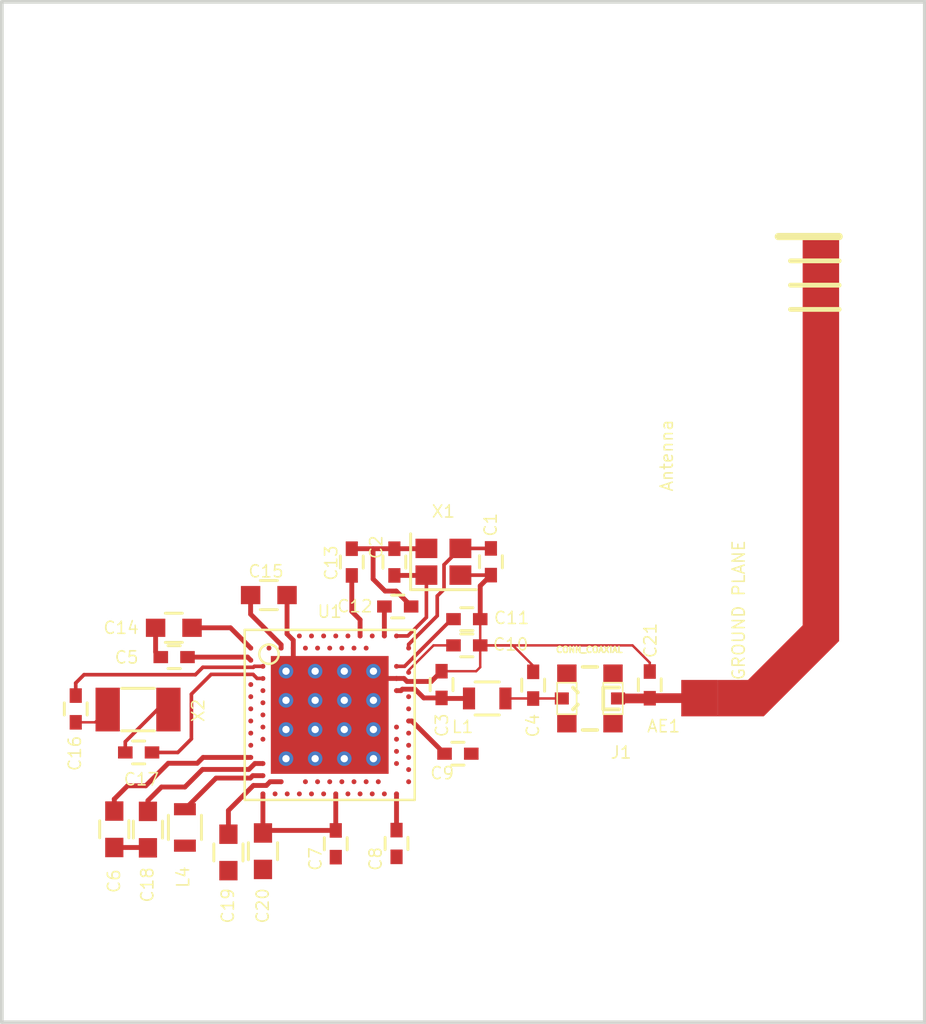
<source format=kicad_pcb>
(kicad_pcb (version 20170123) (host pcbnew "(2017-08-27 revision e3c64f1f0)-makepkg")

  (general
    (thickness 1.6)
    (drawings 4)
    (tracks 145)
    (zones 0)
    (modules 28)
    (nets 21)
  )

  (page A4)
  (layers
    (0 F.Cu signal)
    (31 B.Cu signal)
    (32 B.Adhes user)
    (33 F.Adhes user)
    (34 B.Paste user)
    (35 F.Paste user)
    (36 B.SilkS user)
    (37 F.SilkS user)
    (38 B.Mask user)
    (39 F.Mask user)
    (40 Dwgs.User user)
    (41 Cmts.User user)
    (42 Eco1.User user)
    (43 Eco2.User user)
    (44 Edge.Cuts user)
    (45 Margin user)
    (46 B.CrtYd user)
    (47 F.CrtYd user)
    (48 B.Fab user)
    (49 F.Fab user)
  )

  (setup
    (last_trace_width 0.25)
    (user_trace_width 0.1)
    (user_trace_width 0.12)
    (user_trace_width 0.15)
    (user_trace_width 0.2)
    (user_trace_width 0.3)
    (user_trace_width 0.4)
    (user_trace_width 0.5)
    (user_trace_width 0.6)
    (trace_clearance 0.1)
    (zone_clearance 0.508)
    (zone_45_only no)
    (trace_min 0.1)
    (segment_width 0.2)
    (edge_width 0.15)
    (via_size 0.6)
    (via_drill 0.4)
    (via_min_size 0.4)
    (via_min_drill 0.3)
    (uvia_size 0.3)
    (uvia_drill 0.1)
    (uvias_allowed no)
    (uvia_min_size 0.2)
    (uvia_min_drill 0.1)
    (pcb_text_width 0.3)
    (pcb_text_size 1.5 1.5)
    (mod_edge_width 0.15)
    (mod_text_size 1 1)
    (mod_text_width 0.15)
    (pad_size 1.524 1.524)
    (pad_drill 0.762)
    (pad_to_mask_clearance 0.2)
    (aux_axis_origin 0 0)
    (visible_elements 7FFEF7FF)
    (pcbplotparams
      (layerselection 0x00030_80000001)
      (usegerberextensions false)
      (excludeedgelayer true)
      (linewidth 0.100000)
      (plotframeref false)
      (viasonmask false)
      (mode 1)
      (useauxorigin false)
      (hpglpennumber 1)
      (hpglpenspeed 20)
      (hpglpendiameter 15)
      (psnegative false)
      (psa4output false)
      (plotreference true)
      (plotvalue true)
      (plotinvisibletext false)
      (padsonsilk false)
      (subtractmaskfromsilk false)
      (outputformat 1)
      (mirror false)
      (drillshape 1)
      (scaleselection 1)
      (outputdirectory ""))
  )

  (net 0 "")
  (net 1 "Net-(AE1-Pad1)")
  (net 2 GND)
  (net 3 "Net-(C1-Pad2)")
  (net 4 "Net-(C2-Pad2)")
  (net 5 "Net-(C3-Pad2)")
  (net 6 "Net-(C4-Pad2)")
  (net 7 "Net-(C5-Pad1)")
  (net 8 +3V3)
  (net 9 "Net-(C10-Pad2)")
  (net 10 "Net-(C11-Pad2)")
  (net 11 "Net-(C13-Pad1)")
  (net 12 "Net-(C16-Pad1)")
  (net 13 "Net-(C16-Pad2)")
  (net 14 "Net-(C17-Pad1)")
  (net 15 "Net-(C17-Pad2)")
  (net 16 VDD)
  (net 17 "Net-(L4-Pad2)")
  (net 18 "Net-(C9-Pad1)")
  (net 19 "Net-(C19-Pad1)")
  (net 20 /DEC4)

  (net_class Default "This is the default net class."
    (clearance 0.1)
    (trace_width 0.25)
    (via_dia 0.6)
    (via_drill 0.4)
    (uvia_dia 0.3)
    (uvia_drill 0.1)
    (add_net +3V3)
    (add_net /DEC4)
    (add_net GND)
    (add_net "Net-(AE1-Pad1)")
    (add_net "Net-(C1-Pad2)")
    (add_net "Net-(C10-Pad2)")
    (add_net "Net-(C11-Pad2)")
    (add_net "Net-(C13-Pad1)")
    (add_net "Net-(C16-Pad1)")
    (add_net "Net-(C16-Pad2)")
    (add_net "Net-(C17-Pad1)")
    (add_net "Net-(C17-Pad2)")
    (add_net "Net-(C19-Pad1)")
    (add_net "Net-(C2-Pad2)")
    (add_net "Net-(C3-Pad2)")
    (add_net "Net-(C4-Pad2)")
    (add_net "Net-(C5-Pad1)")
    (add_net "Net-(C9-Pad1)")
    (add_net "Net-(L4-Pad2)")
    (add_net VDD)
  )

  (module Nordic_nRF:AQFN73_7x7mm (layer F.Cu) (tedit 5998A1CE) (tstamp 5983D8E6)
    (at 100.5 97.35)
    (path /5983972D)
    (fp_text reference U1 (at 0 -4.25) (layer F.SilkS)
      (effects (font (size 0.5 0.5) (thickness 0.0625)))
    )
    (fp_text value nRF52840 (at 0 4) (layer F.Fab)
      (effects (font (size 0.5 0.5) (thickness 0.0625)))
    )
    (fp_line (start -3.5 -3.5) (end 3.5 -3.5) (layer F.SilkS) (width 0.1))
    (fp_line (start -3.5 3.5) (end 3.5 3.5) (layer F.SilkS) (width 0.1))
    (fp_line (start 3.5 3.5) (end 3.5 -3.5) (layer F.SilkS) (width 0.1))
    (fp_line (start -3.5 3.5) (end -3.5 -3.5) (layer F.SilkS) (width 0.1))
    (fp_circle (center -2.5 -2.5) (end -2.5 -2.9) (layer F.SilkS) (width 0.1))
    (fp_line (start 3 3.75) (end 3.75 3.75) (layer F.Fab) (width 0.1))
    (fp_line (start 3.75 3) (end 3.75 3.75) (layer F.Fab) (width 0.1))
    (fp_line (start -3.75 3.75) (end -3.75 3) (layer F.Fab) (width 0.1))
    (fp_line (start -3 3.75) (end -3.75 3.75) (layer F.Fab) (width 0.1))
    (fp_line (start 3 -3.75) (end 3.75 -3.75) (layer F.Fab) (width 0.1))
    (fp_line (start 3.75 -3) (end 3.75 -3.75) (layer F.Fab) (width 0.1))
    (fp_line (start -3.75 -3.75) (end -3.75 -3) (layer F.Fab) (width 0.1))
    (fp_line (start -3 -3.75) (end -3.75 -3.75) (layer F.Fab) (width 0.1))
    (fp_circle (center -4.25 -3.5) (end -4.4 -3.5) (layer F.Fab) (width 0.2))
    (pad 74 thru_hole circle (at 1.8 1.8) (size 0.6 0.6) (drill 0.3) (layers *.Cu B.Mask)
      (net 2 GND))
    (pad 74 thru_hole circle (at 0.6 1.8) (size 0.6 0.6) (drill 0.3) (layers *.Cu B.Mask)
      (net 2 GND))
    (pad 74 thru_hole circle (at 1.8 0.6) (size 0.6 0.6) (drill 0.3) (layers *.Cu B.Mask)
      (net 2 GND))
    (pad 74 thru_hole circle (at 0.6 0.6) (size 0.6 0.6) (drill 0.3) (layers *.Cu B.Mask)
      (net 2 GND))
    (pad 74 thru_hole circle (at -0.6 1.8) (size 0.6 0.6) (drill 0.3) (layers *.Cu B.Mask)
      (net 2 GND))
    (pad 74 thru_hole circle (at -1.8 1.8) (size 0.6 0.6) (drill 0.3) (layers *.Cu B.Mask)
      (net 2 GND))
    (pad 74 thru_hole circle (at -0.6 0.6) (size 0.6 0.6) (drill 0.3) (layers *.Cu B.Mask)
      (net 2 GND))
    (pad 74 thru_hole circle (at -1.8 0.6) (size 0.6 0.6) (drill 0.3) (layers *.Cu B.Mask)
      (net 2 GND))
    (pad 74 thru_hole circle (at 1.8 -0.6) (size 0.6 0.6) (drill 0.3) (layers *.Cu B.Mask)
      (net 2 GND))
    (pad 74 thru_hole circle (at 0.6 -0.6) (size 0.6 0.6) (drill 0.3) (layers *.Cu B.Mask)
      (net 2 GND))
    (pad 74 thru_hole circle (at -0.6 -0.6) (size 0.6 0.6) (drill 0.3) (layers *.Cu B.Mask)
      (net 2 GND))
    (pad 74 thru_hole circle (at -1.8 -0.6) (size 0.6 0.6) (drill 0.3) (layers *.Cu B.Mask)
      (net 2 GND))
    (pad 74 thru_hole circle (at 1.8 -1.8) (size 0.6 0.6) (drill 0.3) (layers *.Cu B.Mask)
      (net 2 GND))
    (pad 74 thru_hole circle (at 0.6 -1.8) (size 0.6 0.6) (drill 0.3) (layers *.Cu B.Mask)
      (net 2 GND))
    (pad 74 thru_hole circle (at -0.6 -1.8) (size 0.6 0.6) (drill 0.3) (layers *.Cu B.Mask)
      (net 2 GND))
    (pad 74 thru_hole circle (at -1.8 -1.8) (size 0.6 0.6) (drill 0.3) (layers *.Cu B.Mask)
      (net 2 GND))
    (pad 74 smd rect (at 0 0) (size 4.85 4.85) (layers F.Cu F.Paste F.Mask)
      (net 2 GND))
    (pad A8 smd circle (at -1.25 -3.25) (size 0.2 0.2) (layers F.Cu F.Paste F.Mask))
    (pad A10 smd circle (at -0.75 -3.25) (size 0.2 0.2) (layers F.Cu F.Paste F.Mask))
    (pad A12 smd circle (at -0.25 -3.25) (size 0.2 0.2) (layers F.Cu F.Paste F.Mask))
    (pad A14 smd circle (at 0.25 -3.25) (size 0.2 0.2) (layers F.Cu F.Paste F.Mask))
    (pad A16 smd circle (at 0.75 -3.25) (size 0.2 0.2) (layers F.Cu F.Paste F.Mask))
    (pad A18 smd circle (at 1.25 -3.25) (size 0.2 0.2) (layers F.Cu F.Paste F.Mask)
      (net 11 "Net-(C13-Pad1)"))
    (pad A20 smd circle (at 1.75 -3.25) (size 0.2 0.2) (layers F.Cu F.Paste F.Mask))
    (pad A22 smd circle (at 2.25 -3.25) (size 0.2 0.2) (layers F.Cu F.Paste F.Mask)
      (net 8 +3V3))
    (pad A23 smd circle (at 2.75 -3.25) (size 0.2 0.2) (layers F.Cu F.Paste F.Mask)
      (net 4 "Net-(C2-Pad2)"))
    (pad B11 smd circle (at -0.5 -2.75) (size 0.2 0.2) (layers F.Cu F.Paste F.Mask))
    (pad B9 smd circle (at -1 -2.75) (size 0.2 0.2) (layers F.Cu F.Paste F.Mask))
    (pad B7 smd circle (at -1.5 -2.75) (size 0.2 0.2) (layers F.Cu F.Paste F.Mask)
      (net 2 GND))
    (pad B5 smd circle (at -2 -2.75) (size 0.2 0.2) (layers F.Cu F.Paste F.Mask)
      (net 20 /DEC4))
    (pad B13 smd circle (at 0 -2.75) (size 0.2 0.2) (layers F.Cu F.Paste F.Mask))
    (pad B3 smd circle (at -2.5 -2.75) (size 0.2 0.2) (layers F.Cu F.Paste F.Mask))
    (pad B1 smd circle (at -3.25 -2.75) (size 0.2 0.2) (layers F.Cu F.Paste F.Mask)
      (net 8 +3V3))
    (pad B15 smd circle (at 0.5 -2.75) (size 0.2 0.2) (layers F.Cu F.Paste F.Mask))
    (pad B17 smd circle (at 1 -2.75) (size 0.2 0.2) (layers F.Cu F.Paste F.Mask))
    (pad B19 smd circle (at 1.5 -2.75) (size 0.2 0.2) (layers F.Cu F.Paste F.Mask))
    (pad B24 smd circle (at 3.25 -2.75) (size 0.2 0.2) (layers F.Cu F.Paste F.Mask)
      (net 3 "Net-(C1-Pad2)"))
    (pad M2 smd circle (at -2.75 0) (size 0.2 0.2) (layers F.Cu F.Paste F.Mask))
    (pad N1 smd circle (at -3.25 0.25) (size 0.2 0.2) (layers F.Cu F.Paste F.Mask))
    (pad K2 smd circle (at -2.75 -0.5) (size 0.2 0.2) (layers F.Cu F.Paste F.Mask))
    (pad H2 smd circle (at -2.75 -1) (size 0.2 0.2) (layers F.Cu F.Paste F.Mask))
    (pad F2 smd circle (at -2.75 -1.5) (size 0.2 0.2) (layers F.Cu F.Paste F.Mask)
      (net 14 "Net-(C17-Pad1)"))
    (pad D2 smd circle (at -2.75 -2) (size 0.2 0.2) (layers F.Cu F.Paste F.Mask)
      (net 12 "Net-(C16-Pad1)"))
    (pad P2 smd circle (at -2.75 0.5) (size 0.2 0.2) (layers F.Cu F.Paste F.Mask))
    (pad T2 smd circle (at -2.75 1) (size 0.2 0.2) (layers F.Cu F.Paste F.Mask))
    (pad W1 smd circle (at -3.25 1.75) (size 0.2 0.2) (layers F.Cu F.Paste F.Mask)
      (net 8 +3V3))
    (pad U1 smd circle (at -3.25 1.25) (size 0.2 0.2) (layers F.Cu F.Paste F.Mask))
    (pad R1 smd circle (at -3.25 0.75) (size 0.2 0.2) (layers F.Cu F.Paste F.Mask))
    (pad L1 smd circle (at -3.25 -0.25) (size 0.2 0.2) (layers F.Cu F.Paste F.Mask))
    (pad J1 smd circle (at -3.25 -0.75) (size 0.2 0.2) (layers F.Cu F.Paste F.Mask))
    (pad G1 smd circle (at -3.25 -1.25) (size 0.2 0.2) (layers F.Cu F.Paste F.Mask))
    (pad Y2 smd circle (at -2.75 2) (size 0.2 0.2) (layers F.Cu F.Paste F.Mask)
      (net 16 VDD))
    (pad AB2 smd circle (at -2.75 2.5) (size 0.2 0.2) (layers F.Cu F.Paste F.Mask)
      (net 17 "Net-(L4-Pad2)"))
    (pad AD2 smd circle (at -2.75 3.25) (size 0.2 0.2) (layers F.Cu F.Paste F.Mask)
      (net 8 +3V3))
    (pad AC5 smd circle (at -2 2.75) (size 0.2 0.2) (layers F.Cu F.Paste F.Mask)
      (net 19 "Net-(C19-Pad1)"))
    (pad AC9 smd circle (at -1 2.75) (size 0.2 0.2) (layers F.Cu F.Paste F.Mask))
    (pad AC11 smd circle (at -0.5 2.75) (size 0.2 0.2) (layers F.Cu F.Paste F.Mask))
    (pad AC13 smd circle (at 0 2.75) (size 0.2 0.2) (layers F.Cu F.Paste F.Mask))
    (pad AC15 smd circle (at 0.5 2.75) (size 0.2 0.2) (layers F.Cu F.Paste F.Mask))
    (pad AC17 smd circle (at 1 2.75) (size 0.2 0.2) (layers F.Cu F.Paste F.Mask))
    (pad AC19 smd circle (at 1.5 2.75) (size 0.2 0.2) (layers F.Cu F.Paste F.Mask))
    (pad AC21 smd circle (at 2 2.75) (size 0.2 0.2) (layers F.Cu F.Paste F.Mask))
    (pad AC24 smd circle (at 3.25 2.75) (size 0.2 0.2) (layers F.Cu F.Paste F.Mask))
    (pad AD4 smd circle (at -2.25 3.25) (size 0.2 0.2) (layers F.Cu F.Paste F.Mask))
    (pad AD6 smd circle (at -1.75 3.25) (size 0.2 0.2) (layers F.Cu F.Paste F.Mask))
    (pad AD8 smd circle (at -1.25 3.25) (size 0.2 0.2) (layers F.Cu F.Paste F.Mask))
    (pad AD10 smd circle (at -0.75 3.25) (size 0.2 0.2) (layers F.Cu F.Paste F.Mask))
    (pad AD12 smd circle (at -0.25 3.25) (size 0.2 0.2) (layers F.Cu F.Paste F.Mask))
    (pad AD14 smd circle (at 0.25 3.25) (size 0.2 0.2) (layers F.Cu F.Paste F.Mask)
      (net 8 +3V3))
    (pad AD16 smd circle (at 0.75 3.25) (size 0.2 0.2) (layers F.Cu F.Paste F.Mask))
    (pad AD18 smd circle (at 1.25 3.25) (size 0.2 0.2) (layers F.Cu F.Paste F.Mask))
    (pad AD20 smd circle (at 1.75 3.25) (size 0.2 0.2) (layers F.Cu F.Paste F.Mask))
    (pad AD22 smd circle (at 2.25 3.25) (size 0.2 0.2) (layers F.Cu F.Paste F.Mask))
    (pad AD23 smd circle (at 2.75 3.25) (size 0.2 0.2) (layers F.Cu F.Paste F.Mask)
      (net 8 +3V3))
    (pad Y23 smd circle (at 2.75 2) (size 0.2 0.2) (layers F.Cu F.Paste F.Mask))
    (pad V23 smd circle (at 2.75 1.5) (size 0.2 0.2) (layers F.Cu F.Paste F.Mask))
    (pad T23 smd circle (at 2.75 1) (size 0.2 0.2) (layers F.Cu F.Paste F.Mask))
    (pad P23 smd circle (at 2.75 0.5) (size 0.2 0.2) (layers F.Cu F.Paste F.Mask))
    (pad AA24 smd circle (at 3.25 2.25) (size 0.2 0.2) (layers F.Cu F.Paste F.Mask))
    (pad W24 smd circle (at 3.25 1.75) (size 0.2 0.2) (layers F.Cu F.Paste F.Mask))
    (pad U24 smd circle (at 3.25 1.25) (size 0.2 0.2) (layers F.Cu F.Paste F.Mask))
    (pad R24 smd circle (at 3.25 0.75) (size 0.2 0.2) (layers F.Cu F.Paste F.Mask))
    (pad N24 smd circle (at 3.25 0.25) (size 0.2 0.2) (layers F.Cu F.Paste F.Mask)
      (net 18 "Net-(C9-Pad1)"))
    (pad H23 smd circle (at 2.75 -1) (size 0.2 0.2) (layers F.Cu F.Paste F.Mask)
      (net 5 "Net-(C3-Pad2)"))
    (pad F23 smd circle (at 2.75 -1.5) (size 0.2 0.2) (layers F.Cu F.Paste F.Mask)
      (net 2 GND))
    (pad D23 smd circle (at 2.75 -2) (size 0.2 0.2) (layers F.Cu F.Paste F.Mask)
      (net 10 "Net-(C11-Pad2)"))
    (pad L24 smd circle (at 3.25 -0.25) (size 0.2 0.2) (layers F.Cu F.Paste F.Mask))
    (pad J24 smd circle (at 3.25 -0.75) (size 0.2 0.2) (layers F.Cu F.Paste F.Mask))
    (pad E24 smd circle (at 3.25 -1.75) (size 0.2 0.2) (layers F.Cu F.Paste F.Mask)
      (net 9 "Net-(C10-Pad2)"))
    (pad C1 smd circle (at -3.25 -2.25) (size 0.2 0.2) (layers F.Cu F.Paste F.Mask)
      (net 7 "Net-(C5-Pad1)"))
    (model ${NORDIC3DMOD}/Housings_DFN_QFN.3dshapes/AQFN73_7x7mm.wrl
      (at (xyz 0 0 0))
      (scale (xyz 1 1 1))
      (rotate (xyz 0 0 0))
    )
  )

  (module Nordic_misc:Nordic_misc-MM8130-2600 (layer F.Cu) (tedit 5984A980) (tstamp 5983C8F0)
    (at 111.2139 96.6724 90)
    (descr "MURARA MM8130-2600RA2")
    (tags "MURARA MM8130-2600RA2")
    (path /5983C64B)
    (attr smd)
    (fp_text reference J1 (at -2.2225 1.2827 180) (layer F.SilkS)
      (effects (font (size 0.5 0.5) (thickness 0.0625)))
    )
    (fp_text value CONN_COAXIAL (at 2.0066 -0.0254 180) (layer F.SilkS)
      (effects (font (size 0.25 0.25) (thickness 0.0625)))
    )
    (fp_line (start -1.24968 1.24968) (end -1.24968 -1.24968) (layer Dwgs.User) (width 0.14986))
    (fp_line (start 1.24968 1.24968) (end -1.24968 1.24968) (layer Dwgs.User) (width 0.14986))
    (fp_line (start 1.24968 -1.24968) (end 1.24968 1.24968) (layer Dwgs.User) (width 0.14986))
    (fp_line (start -1.24968 -1.24968) (end 1.24968 -1.24968) (layer Dwgs.User) (width 0.14986))
    (fp_line (start -1.64846 1.69926) (end 1.64846 1.69926) (layer Dwgs.User) (width 0.14986))
    (fp_line (start -1.64846 -1.69926) (end -1.64846 1.69926) (layer Dwgs.User) (width 0.14986))
    (fp_line (start 1.64846 -1.69926) (end -1.64846 -1.69926) (layer Dwgs.User) (width 0.14986))
    (fp_line (start 1.64846 1.69926) (end 1.64846 -1.69926) (layer Dwgs.User) (width 0.14986))
    (fp_line (start 0.44958 -0.6985) (end 0.24892 -0.49784) (layer F.SilkS) (width 0.14986))
    (fp_line (start -0.44958 -0.6985) (end -0.24892 -0.49784) (layer F.SilkS) (width 0.14986))
    (fp_line (start 1.29794 0.29972) (end 1.29794 -0.29972) (layer F.SilkS) (width 0.14986))
    (fp_line (start -1.29794 0.29972) (end -1.29794 -0.29972) (layer F.SilkS) (width 0.14986))
    (fp_line (start 0.44958 0.54864) (end 0.44958 1.19888) (layer F.SilkS) (width 0.14986))
    (fp_line (start -0.44958 0.54864) (end 0.44958 0.54864) (layer F.SilkS) (width 0.14986))
    (fp_line (start -0.44958 1.19888) (end -0.44958 0.54864) (layer F.SilkS) (width 0.14986))
    (fp_line (start -0.6477 -0.54864) (end -0.6477 -1.34874) (layer F.SilkS) (width 0.06604))
    (fp_line (start -0.6477 -1.34874) (end 0.6477 -1.34874) (layer F.SilkS) (width 0.06604))
    (fp_line (start 0.6477 -0.54864) (end 0.6477 -1.34874) (layer F.SilkS) (width 0.06604))
    (fp_line (start -0.6477 -0.54864) (end 0.6477 -0.54864) (layer F.SilkS) (width 0.06604))
    (fp_line (start -0.6477 1.34874) (end -0.6477 0.54864) (layer F.SilkS) (width 0.06604))
    (fp_line (start -0.6477 0.54864) (end 0.6477 0.54864) (layer F.SilkS) (width 0.06604))
    (fp_line (start 0.6477 1.34874) (end 0.6477 0.54864) (layer F.SilkS) (width 0.06604))
    (fp_line (start -0.6477 1.34874) (end 0.6477 1.34874) (layer F.SilkS) (width 0.06604))
    (pad 2 smd rect (at 0 1.15824 90) (size 0.49784 0.57912) (layers F.Cu F.Paste F.Mask)
      (net 1 "Net-(AE1-Pad1)"))
    (pad 1 smd rect (at 0 -1.15824 90) (size 0.49784 0.57912) (layers F.Cu F.Paste F.Mask)
      (net 6 "Net-(C4-Pad2)"))
    (pad 0 smd rect (at 1.02362 0.94996 90) (size 0.7493 0.79756) (layers F.Cu F.Paste F.Mask))
    (pad 0 smd rect (at -1.02362 0.94996 90) (size 0.7493 0.79756) (layers F.Cu F.Paste F.Mask))
    (pad 0 smd rect (at 1.02362 -0.94996 90) (size 0.7493 0.79756) (layers F.Cu F.Paste F.Mask))
    (pad 0 smd rect (at -1.02362 -0.94996 90) (size 0.7493 0.79756) (layers F.Cu F.Paste F.Mask))
    (model ${NORDIC3DMOD}/Coaxial.3dshapes/MM8130-2600_SMD_RA.wrl
      (at (xyz 0 0 0.025))
      (scale (xyz 1 1 1))
      (rotate (xyz 0 0 0))
    )
  )

  (module Nordic_misc:Nordic_misc-QWMP_BEND_LEFT_+0 (layer F.Cu) (tedit 59A83AD9) (tstamp 5983C868)
    (at 114.9731 96.6597)
    (path /59842D7E)
    (attr smd)
    (fp_text reference AE1 (at -0.7239 1.1557) (layer F.SilkS)
      (effects (font (size 0.5 0.5) (thickness 0.0625)))
    )
    (fp_text value Antenna (at -0.5981 -9.9847 90) (layer F.SilkS)
      (effects (font (size 0.5 0.5) (thickness 0.0625)))
    )
    (fp_line (start 0 8.99922) (end 6.9977 8.99922) (layer Dwgs.User) (width 0.06604))
    (fp_line (start 6.9977 8.99922) (end 6.9977 -27.99842) (layer Dwgs.User) (width 0.06604))
    (fp_line (start 0 -27.99842) (end 6.9977 -27.99842) (layer Dwgs.User) (width 0.06604))
    (fp_line (start 0 8.99922) (end 0 -27.99842) (layer Dwgs.User) (width 0.06604))
    (fp_line (start 0 -27.99842) (end 0 -9.99998) (layer Dwgs.User) (width 0.19812))
    (fp_line (start 0 -9.99998) (end 0 5.99948) (layer Dwgs.User) (width 0.19812))
    (fp_line (start 0 5.99948) (end 0 8.99922) (layer Dwgs.User) (width 0.19812))
    (fp_line (start 0 5.99948) (end 1.99898 5.99948) (layer Dwgs.User) (width 0.19812))
    (fp_line (start 0 5.99948) (end 0.99822 6.9977) (layer Dwgs.User) (width 0.19812))
    (fp_line (start 0 5.99948) (end 0.99822 4.99872) (layer Dwgs.User) (width 0.19812))
    (fp_line (start 0 -9.99998) (end 1.99898 -9.99998) (layer Dwgs.User) (width 0.19812))
    (fp_line (start 0 -9.99998) (end 0.99822 -8.99922) (layer Dwgs.User) (width 0.19812))
    (fp_line (start 0 -9.99998) (end 0.99822 -10.9982) (layer Dwgs.User) (width 0.19812))
    (fp_line (start 6.49986 -18.9992) (end 3.99796 -18.9992) (layer F.SilkS) (width 0.29972))
    (fp_line (start 6.49986 -17.99844) (end 4.49834 -17.99844) (layer F.SilkS) (width 0.19812))
    (fp_line (start 6.49986 -16.99768) (end 4.49834 -16.99768) (layer F.SilkS) (width 0.19812))
    (fp_line (start 6.49986 -15.99946) (end 4.49834 -15.99946) (layer F.SilkS) (width 0.19812))
    (fp_poly (pts (xy 1.4986 -0.7493) (xy 2.74828 -0.7493) (xy 4.99872 -2.99974) (xy 4.99872 -18.9992)
      (xy 6.49986 -18.9992) (xy 6.49986 -2.3495) (xy 3.39852 0.7493) (xy 1.4986 0.7493)
      (xy 1.4986 -0.7493)) (layer F.Cu) (width 0))
    (fp_text user "GROUND PLANE" (at 2.36474 -3.6195 90) (layer F.SilkS)
      (effects (font (size 0.5 0.5) (thickness 0.0625)))
    )
    (pad 1 smd rect (at 0.7493 0) (size 1.4986 1.4986) (layers F.Cu F.Paste F.Mask)
      (net 1 "Net-(AE1-Pad1)"))
  )

  (module Nordic_nRF:Crystal_SMD_2016-4pin_2.0x1.6mm (layer F.Cu) (tedit 5984AA5D) (tstamp 5983C96E)
    (at 105.1814 91.0463)
    (descr "SMD Crystal SERIES SMD2016/4 http://www.q-crystal.com/upload/5/2015552223166229.pdf, 2.0x1.6mm^2 package")
    (tags "SMD SMT crystal")
    (path /5984383F)
    (attr smd)
    (fp_text reference X1 (at 0 -2.0701) (layer F.SilkS)
      (effects (font (size 0.5 0.5) (thickness 0.0625)))
    )
    (fp_text value XTAL_32MHZ (at 0.0127 -1.5621) (layer F.Fab)
      (effects (font (size 0.25 0.25) (thickness 0.0625)))
    )
    (fp_text user %R (at 0 0) (layer F.Fab)
      (effects (font (size 0.5 0.5) (thickness 0.075)))
    )
    (fp_line (start -0.9 -0.8) (end 0.9 -0.8) (layer F.Fab) (width 0.1))
    (fp_line (start 0.9 -0.8) (end 1 -0.7) (layer F.Fab) (width 0.1))
    (fp_line (start 1 -0.7) (end 1 0.7) (layer F.Fab) (width 0.1))
    (fp_line (start 1 0.7) (end 0.9 0.8) (layer F.Fab) (width 0.1))
    (fp_line (start 0.9 0.8) (end -0.9 0.8) (layer F.Fab) (width 0.1))
    (fp_line (start -0.9 0.8) (end -1 0.7) (layer F.Fab) (width 0.1))
    (fp_line (start -1 0.7) (end -1 -0.7) (layer F.Fab) (width 0.1))
    (fp_line (start -1 -0.7) (end -0.9 -0.8) (layer F.Fab) (width 0.1))
    (fp_line (start -1 0.3) (end -0.5 0.8) (layer F.Fab) (width 0.1))
    (fp_line (start -1.35 -1.15) (end -1.35 1.15) (layer F.SilkS) (width 0.12))
    (fp_line (start -1.35 1.15) (end 1.35 1.15) (layer F.SilkS) (width 0.12))
    (fp_line (start -1.4 -1.3) (end -1.4 1.3) (layer F.CrtYd) (width 0.05))
    (fp_line (start -1.4 1.3) (end 1.4 1.3) (layer F.CrtYd) (width 0.05))
    (fp_line (start 1.4 1.3) (end 1.4 -1.3) (layer F.CrtYd) (width 0.05))
    (fp_line (start 1.4 -1.3) (end -1.4 -1.3) (layer F.CrtYd) (width 0.05))
    (pad 1 smd rect (at -0.7 0.55) (size 0.9 0.8) (layers F.Cu F.Paste F.Mask)
      (net 4 "Net-(C2-Pad2)"))
    (pad 2 smd rect (at 0.7 0.55) (size 0.9 0.8) (layers F.Cu F.Paste F.Mask)
      (net 2 GND))
    (pad 3 smd rect (at 0.7 -0.55) (size 0.9 0.8) (layers F.Cu F.Paste F.Mask)
      (net 3 "Net-(C1-Pad2)"))
    (pad 4 smd rect (at -0.7 -0.55) (size 0.9 0.8) (layers F.Cu F.Paste F.Mask)
      (net 2 GND))
    (model ${NORDIC3DMOD}/Crystals.3dshapes/Crystal_SMD_2016-4pin_2.0x1.6mm.wrl
      (at (xyz 0.02 0.02 0))
      (scale (xyz 1 1 1))
      (rotate (xyz 0 0 -90))
    )
  )

  (module Nordic_nRF:Crystal_SMD_3215-2pin_3.2x1.5mm (layer F.Cu) (tedit 5984AA05) (tstamp 5983C974)
    (at 92.6084 97.1296 180)
    (descr "SMD Crystal FC-135 https://support.epson.biz/td/api/doc_check.php?dl=brief_FC-135R_en.pdf")
    (tags "SMD SMT Crystal")
    (path /59844034)
    (attr smd)
    (fp_text reference X2 (at -2.4765 -0.0381 270) (layer F.SilkS)
      (effects (font (size 0.5 0.5) (thickness 0.0625)))
    )
    (fp_text value XTAL_32KHZ (at -3.0607 0 270) (layer F.Fab)
      (effects (font (size 0.25 0.25) (thickness 0.0625)))
    )
    (fp_text user %R (at 0 -0.05 180) (layer F.Fab)
      (effects (font (size 0.25 0.25) (thickness 0.0625)))
    )
    (fp_line (start -2 -1.15) (end 2 -1.15) (layer F.CrtYd) (width 0.05))
    (fp_line (start -1.6 -0.75) (end -1.6 0.75) (layer F.Fab) (width 0.1))
    (fp_line (start -0.675 0.875) (end 0.675 0.875) (layer F.SilkS) (width 0.12))
    (fp_line (start -0.675 -0.875) (end 0.675 -0.875) (layer F.SilkS) (width 0.12))
    (fp_line (start 1.6 -0.75) (end 1.6 0.75) (layer F.Fab) (width 0.1))
    (fp_line (start -1.6 -0.75) (end 1.6 -0.75) (layer F.Fab) (width 0.1))
    (fp_line (start -1.6 0.75) (end 1.6 0.75) (layer F.Fab) (width 0.1))
    (fp_line (start -2 1.15) (end 2 1.15) (layer F.CrtYd) (width 0.05))
    (fp_line (start -2 -1.15) (end -2 1.15) (layer F.CrtYd) (width 0.05))
    (fp_line (start 2 -1.15) (end 2 1.15) (layer F.CrtYd) (width 0.05))
    (pad 1 smd rect (at 1.25 0 180) (size 1 1.8) (layers F.Cu F.Paste F.Mask)
      (net 13 "Net-(C16-Pad2)"))
    (pad 2 smd rect (at -1.25 0 180) (size 1 1.8) (layers F.Cu F.Paste F.Mask)
      (net 15 "Net-(C17-Pad2)"))
    (model ${NORDIC3DMOD}/Crystals.3dshapes/Crystal_SMD_3215-2pin_3.2x1.5mm.wrl
      (at (xyz -0.005 -0.02 0))
      (scale (xyz 1 1 1))
      (rotate (xyz 0 0 90))
    )
  )

  (module Nordic_misc:C_0402 (layer F.Cu) (tedit 5984AA97) (tstamp 5983CD09)
    (at 113.6777 96.1136 270)
    (descr "Capacitor SMD 0402, reflow soldering, AVX (see smccp.pdf)")
    (tags "capacitor 0402")
    (path /5983C5E1)
    (attr smd)
    (fp_text reference C21 (at -1.8288 -0.0254 270) (layer F.SilkS)
      (effects (font (size 0.5 0.5) (thickness 0.0625)))
    )
    (fp_text value 1.2pF (at -3.8354 0.0635 270) (layer F.Fab)
      (effects (font (size 0.5 0.5) (thickness 0.0625)))
    )
    (fp_line (start -0.5 0.25) (end -0.5 -0.25) (layer F.Fab) (width 0.1))
    (fp_line (start 0.5 0.25) (end -0.5 0.25) (layer F.Fab) (width 0.1))
    (fp_line (start 0.5 -0.25) (end 0.5 0.25) (layer F.Fab) (width 0.1))
    (fp_line (start -0.5 -0.25) (end 0.5 -0.25) (layer F.Fab) (width 0.1))
    (fp_line (start 0.25 -0.47) (end -0.25 -0.47) (layer F.SilkS) (width 0.12))
    (fp_line (start -0.25 0.47) (end 0.25 0.47) (layer F.SilkS) (width 0.12))
    (fp_line (start -1 -0.4) (end 1 -0.4) (layer F.CrtYd) (width 0.05))
    (fp_line (start -1 -0.4) (end -1 0.4) (layer F.CrtYd) (width 0.05))
    (fp_line (start 1 0.4) (end 1 -0.4) (layer F.CrtYd) (width 0.05))
    (fp_line (start 1 0.4) (end -1 0.4) (layer F.CrtYd) (width 0.05))
    (pad 1 smd rect (at -0.55 0 270) (size 0.6 0.5) (layers F.Cu F.Paste F.Mask)
      (net 2 GND))
    (pad 2 smd rect (at 0.55 0 270) (size 0.6 0.5) (layers F.Cu F.Paste F.Mask)
      (net 1 "Net-(AE1-Pad1)"))
    (model ${NORDIC3DMOD}/Capacitors_SMD.3dshapes/C_0402.wrl
      (at (xyz 0 0 0))
      (scale (xyz 1 1 1))
      (rotate (xyz 0 0 0))
    )
  )

  (module Nordic_misc:C_0402 (layer F.Cu) (tedit 5984AC3D) (tstamp 5983CCF5)
    (at 92.6338 98.8949 180)
    (descr "Capacitor SMD 0402, reflow soldering, AVX (see smccp.pdf)")
    (tags "capacitor 0402")
    (path /5983C00B)
    (attr smd)
    (fp_text reference C17 (at -0.1143 -1.1049 180) (layer F.SilkS)
      (effects (font (size 0.5 0.5) (thickness 0.0625)))
    )
    (fp_text value 12pF (at 1.9939 -0.0635 180) (layer F.Fab)
      (effects (font (size 0.5 0.5) (thickness 0.0625)))
    )
    (fp_line (start -0.5 0.25) (end -0.5 -0.25) (layer F.Fab) (width 0.1))
    (fp_line (start 0.5 0.25) (end -0.5 0.25) (layer F.Fab) (width 0.1))
    (fp_line (start 0.5 -0.25) (end 0.5 0.25) (layer F.Fab) (width 0.1))
    (fp_line (start -0.5 -0.25) (end 0.5 -0.25) (layer F.Fab) (width 0.1))
    (fp_line (start 0.25 -0.47) (end -0.25 -0.47) (layer F.SilkS) (width 0.12))
    (fp_line (start -0.25 0.47) (end 0.25 0.47) (layer F.SilkS) (width 0.12))
    (fp_line (start -1 -0.4) (end 1 -0.4) (layer F.CrtYd) (width 0.05))
    (fp_line (start -1 -0.4) (end -1 0.4) (layer F.CrtYd) (width 0.05))
    (fp_line (start 1 0.4) (end 1 -0.4) (layer F.CrtYd) (width 0.05))
    (fp_line (start 1 0.4) (end -1 0.4) (layer F.CrtYd) (width 0.05))
    (pad 1 smd rect (at -0.55 0 180) (size 0.6 0.5) (layers F.Cu F.Paste F.Mask)
      (net 14 "Net-(C17-Pad1)"))
    (pad 2 smd rect (at 0.55 0 180) (size 0.6 0.5) (layers F.Cu F.Paste F.Mask)
      (net 15 "Net-(C17-Pad2)"))
    (model ${NORDIC3DMOD}/Capacitors_SMD.3dshapes/C_0402.wrl
      (at (xyz 0 0 0))
      (scale (xyz 1 1 1))
      (rotate (xyz 0 0 0))
    )
  )

  (module Nordic_misc:C_0402 (layer F.Cu) (tedit 5984AC46) (tstamp 5983CCF0)
    (at 90.043 97.1042 270)
    (descr "Capacitor SMD 0402, reflow soldering, AVX (see smccp.pdf)")
    (tags "capacitor 0402")
    (path /5983BFB6)
    (attr smd)
    (fp_text reference C16 (at 1.8288 0.0381 270) (layer F.SilkS)
      (effects (font (size 0.5 0.5) (thickness 0.0625)))
    )
    (fp_text value 12pF (at 0.0127 -0.9906 270) (layer F.Fab)
      (effects (font (size 0.5 0.5) (thickness 0.0625)))
    )
    (fp_line (start -0.5 0.25) (end -0.5 -0.25) (layer F.Fab) (width 0.1))
    (fp_line (start 0.5 0.25) (end -0.5 0.25) (layer F.Fab) (width 0.1))
    (fp_line (start 0.5 -0.25) (end 0.5 0.25) (layer F.Fab) (width 0.1))
    (fp_line (start -0.5 -0.25) (end 0.5 -0.25) (layer F.Fab) (width 0.1))
    (fp_line (start 0.25 -0.47) (end -0.25 -0.47) (layer F.SilkS) (width 0.12))
    (fp_line (start -0.25 0.47) (end 0.25 0.47) (layer F.SilkS) (width 0.12))
    (fp_line (start -1 -0.4) (end 1 -0.4) (layer F.CrtYd) (width 0.05))
    (fp_line (start -1 -0.4) (end -1 0.4) (layer F.CrtYd) (width 0.05))
    (fp_line (start 1 0.4) (end 1 -0.4) (layer F.CrtYd) (width 0.05))
    (fp_line (start 1 0.4) (end -1 0.4) (layer F.CrtYd) (width 0.05))
    (pad 1 smd rect (at -0.55 0 270) (size 0.6 0.5) (layers F.Cu F.Paste F.Mask)
      (net 12 "Net-(C16-Pad1)"))
    (pad 2 smd rect (at 0.55 0 270) (size 0.6 0.5) (layers F.Cu F.Paste F.Mask)
      (net 13 "Net-(C16-Pad2)"))
    (model ${NORDIC3DMOD}/Capacitors_SMD.3dshapes/C_0402.wrl
      (at (xyz 0 0 0))
      (scale (xyz 1 1 1))
      (rotate (xyz 0 0 0))
    )
  )

  (module Nordic_misc:C_0402 (layer F.Cu) (tedit 5984A9DD) (tstamp 5983CCE1)
    (at 101.4095 91.059 90)
    (descr "Capacitor SMD 0402, reflow soldering, AVX (see smccp.pdf)")
    (tags "capacitor 0402")
    (path /5983CD95)
    (attr smd)
    (fp_text reference C13 (at -0.0381 -0.8509 90) (layer F.SilkS)
      (effects (font (size 0.5 0.5) (thickness 0.0625)))
    )
    (fp_text value N.C (at 1.7653 1.5367 90) (layer F.Fab)
      (effects (font (size 0.5 0.5) (thickness 0.0625)))
    )
    (fp_line (start -0.5 0.25) (end -0.5 -0.25) (layer F.Fab) (width 0.1))
    (fp_line (start 0.5 0.25) (end -0.5 0.25) (layer F.Fab) (width 0.1))
    (fp_line (start 0.5 -0.25) (end 0.5 0.25) (layer F.Fab) (width 0.1))
    (fp_line (start -0.5 -0.25) (end 0.5 -0.25) (layer F.Fab) (width 0.1))
    (fp_line (start 0.25 -0.47) (end -0.25 -0.47) (layer F.SilkS) (width 0.12))
    (fp_line (start -0.25 0.47) (end 0.25 0.47) (layer F.SilkS) (width 0.12))
    (fp_line (start -1 -0.4) (end 1 -0.4) (layer F.CrtYd) (width 0.05))
    (fp_line (start -1 -0.4) (end -1 0.4) (layer F.CrtYd) (width 0.05))
    (fp_line (start 1 0.4) (end 1 -0.4) (layer F.CrtYd) (width 0.05))
    (fp_line (start 1 0.4) (end -1 0.4) (layer F.CrtYd) (width 0.05))
    (pad 1 smd rect (at -0.55 0 90) (size 0.6 0.5) (layers F.Cu F.Paste F.Mask)
      (net 11 "Net-(C13-Pad1)"))
    (pad 2 smd rect (at 0.55 0 90) (size 0.6 0.5) (layers F.Cu F.Paste F.Mask)
      (net 2 GND))
    (model ${NORDIC3DMOD}/Capacitors_SMD.3dshapes/C_0402.wrl
      (at (xyz 0 0 0))
      (scale (xyz 1 1 1))
      (rotate (xyz 0 0 0))
    )
  )

  (module Nordic_misc:C_0402 (layer F.Cu) (tedit 5984AA8A) (tstamp 5983CCDC)
    (at 103.3018 92.8878)
    (descr "Capacitor SMD 0402, reflow soldering, AVX (see smccp.pdf)")
    (tags "capacitor 0402")
    (path /5983CE11)
    (attr smd)
    (fp_text reference C12 (at -1.7653 -0.0127) (layer F.SilkS)
      (effects (font (size 0.5 0.5) (thickness 0.0625)))
    )
    (fp_text value 100nF (at 6.5532 0.4699) (layer F.Fab)
      (effects (font (size 0.5 0.5) (thickness 0.0625)))
    )
    (fp_line (start -0.5 0.25) (end -0.5 -0.25) (layer F.Fab) (width 0.1))
    (fp_line (start 0.5 0.25) (end -0.5 0.25) (layer F.Fab) (width 0.1))
    (fp_line (start 0.5 -0.25) (end 0.5 0.25) (layer F.Fab) (width 0.1))
    (fp_line (start -0.5 -0.25) (end 0.5 -0.25) (layer F.Fab) (width 0.1))
    (fp_line (start 0.25 -0.47) (end -0.25 -0.47) (layer F.SilkS) (width 0.12))
    (fp_line (start -0.25 0.47) (end 0.25 0.47) (layer F.SilkS) (width 0.12))
    (fp_line (start -1 -0.4) (end 1 -0.4) (layer F.CrtYd) (width 0.05))
    (fp_line (start -1 -0.4) (end -1 0.4) (layer F.CrtYd) (width 0.05))
    (fp_line (start 1 0.4) (end 1 -0.4) (layer F.CrtYd) (width 0.05))
    (fp_line (start 1 0.4) (end -1 0.4) (layer F.CrtYd) (width 0.05))
    (pad 1 smd rect (at -0.55 0) (size 0.6 0.5) (layers F.Cu F.Paste F.Mask)
      (net 8 +3V3))
    (pad 2 smd rect (at 0.55 0) (size 0.6 0.5) (layers F.Cu F.Paste F.Mask)
      (net 2 GND))
    (model ${NORDIC3DMOD}/Capacitors_SMD.3dshapes/C_0402.wrl
      (at (xyz 0 0 0))
      (scale (xyz 1 1 1))
      (rotate (xyz 0 0 0))
    )
  )

  (module Nordic_misc:C_0402 (layer F.Cu) (tedit 5984AA87) (tstamp 5983CCD7)
    (at 106.1466 93.4085 180)
    (descr "Capacitor SMD 0402, reflow soldering, AVX (see smccp.pdf)")
    (tags "capacitor 0402")
    (path /5983C453)
    (attr smd)
    (fp_text reference C11 (at -1.8415 0.0508 180) (layer F.SilkS)
      (effects (font (size 0.5 0.5) (thickness 0.0625)))
    )
    (fp_text value 100pF (at 0.6604 0.6223 180) (layer F.Fab)
      (effects (font (size 0.5 0.5) (thickness 0.0625)))
    )
    (fp_line (start -0.5 0.25) (end -0.5 -0.25) (layer F.Fab) (width 0.1))
    (fp_line (start 0.5 0.25) (end -0.5 0.25) (layer F.Fab) (width 0.1))
    (fp_line (start 0.5 -0.25) (end 0.5 0.25) (layer F.Fab) (width 0.1))
    (fp_line (start -0.5 -0.25) (end 0.5 -0.25) (layer F.Fab) (width 0.1))
    (fp_line (start 0.25 -0.47) (end -0.25 -0.47) (layer F.SilkS) (width 0.12))
    (fp_line (start -0.25 0.47) (end 0.25 0.47) (layer F.SilkS) (width 0.12))
    (fp_line (start -1 -0.4) (end 1 -0.4) (layer F.CrtYd) (width 0.05))
    (fp_line (start -1 -0.4) (end -1 0.4) (layer F.CrtYd) (width 0.05))
    (fp_line (start 1 0.4) (end 1 -0.4) (layer F.CrtYd) (width 0.05))
    (fp_line (start 1 0.4) (end -1 0.4) (layer F.CrtYd) (width 0.05))
    (pad 1 smd rect (at -0.55 0 180) (size 0.6 0.5) (layers F.Cu F.Paste F.Mask)
      (net 2 GND))
    (pad 2 smd rect (at 0.55 0 180) (size 0.6 0.5) (layers F.Cu F.Paste F.Mask)
      (net 10 "Net-(C11-Pad2)"))
    (model ${NORDIC3DMOD}/Capacitors_SMD.3dshapes/C_0402.wrl
      (at (xyz 0 0 0))
      (scale (xyz 1 1 1))
      (rotate (xyz 0 0 0))
    )
  )

  (module Nordic_misc:C_0402 (layer F.Cu) (tedit 5984AA8E) (tstamp 5983CCD2)
    (at 106.1466 94.488 180)
    (descr "Capacitor SMD 0402, reflow soldering, AVX (see smccp.pdf)")
    (tags "capacitor 0402")
    (path /5983C494)
    (attr smd)
    (fp_text reference C10 (at -1.8034 0.0381 180) (layer F.SilkS)
      (effects (font (size 0.5 0.5) (thickness 0.0625)))
    )
    (fp_text value N.C (at -3.1242 0.0508 180) (layer F.Fab)
      (effects (font (size 0.5 0.5) (thickness 0.0625)))
    )
    (fp_line (start -0.5 0.25) (end -0.5 -0.25) (layer F.Fab) (width 0.1))
    (fp_line (start 0.5 0.25) (end -0.5 0.25) (layer F.Fab) (width 0.1))
    (fp_line (start 0.5 -0.25) (end 0.5 0.25) (layer F.Fab) (width 0.1))
    (fp_line (start -0.5 -0.25) (end 0.5 -0.25) (layer F.Fab) (width 0.1))
    (fp_line (start 0.25 -0.47) (end -0.25 -0.47) (layer F.SilkS) (width 0.12))
    (fp_line (start -0.25 0.47) (end 0.25 0.47) (layer F.SilkS) (width 0.12))
    (fp_line (start -1 -0.4) (end 1 -0.4) (layer F.CrtYd) (width 0.05))
    (fp_line (start -1 -0.4) (end -1 0.4) (layer F.CrtYd) (width 0.05))
    (fp_line (start 1 0.4) (end 1 -0.4) (layer F.CrtYd) (width 0.05))
    (fp_line (start 1 0.4) (end -1 0.4) (layer F.CrtYd) (width 0.05))
    (pad 1 smd rect (at -0.55 0 180) (size 0.6 0.5) (layers F.Cu F.Paste F.Mask)
      (net 2 GND))
    (pad 2 smd rect (at 0.55 0 180) (size 0.6 0.5) (layers F.Cu F.Paste F.Mask)
      (net 9 "Net-(C10-Pad2)"))
    (model ${NORDIC3DMOD}/Capacitors_SMD.3dshapes/C_0402.wrl
      (at (xyz 0 0 0))
      (scale (xyz 1 1 1))
      (rotate (xyz 0 0 0))
    )
  )

  (module Nordic_misc:C_0402 (layer F.Cu) (tedit 5984B45C) (tstamp 5983CCCD)
    (at 105.7783 98.9457)
    (descr "Capacitor SMD 0402, reflow soldering, AVX (see smccp.pdf)")
    (tags "capacitor 0402")
    (path /5983C6E2)
    (attr smd)
    (fp_text reference C9 (at -0.6477 0.8001) (layer F.SilkS)
      (effects (font (size 0.5 0.5) (thickness 0.0625)))
    )
    (fp_text value N.C (at 1.7907 0.0762) (layer F.Fab)
      (effects (font (size 0.5 0.5) (thickness 0.0625)))
    )
    (fp_line (start -0.5 0.25) (end -0.5 -0.25) (layer F.Fab) (width 0.1))
    (fp_line (start 0.5 0.25) (end -0.5 0.25) (layer F.Fab) (width 0.1))
    (fp_line (start 0.5 -0.25) (end 0.5 0.25) (layer F.Fab) (width 0.1))
    (fp_line (start -0.5 -0.25) (end 0.5 -0.25) (layer F.Fab) (width 0.1))
    (fp_line (start 0.25 -0.47) (end -0.25 -0.47) (layer F.SilkS) (width 0.12))
    (fp_line (start -0.25 0.47) (end 0.25 0.47) (layer F.SilkS) (width 0.12))
    (fp_line (start -1 -0.4) (end 1 -0.4) (layer F.CrtYd) (width 0.05))
    (fp_line (start -1 -0.4) (end -1 0.4) (layer F.CrtYd) (width 0.05))
    (fp_line (start 1 0.4) (end 1 -0.4) (layer F.CrtYd) (width 0.05))
    (fp_line (start 1 0.4) (end -1 0.4) (layer F.CrtYd) (width 0.05))
    (pad 1 smd rect (at -0.55 0) (size 0.6 0.5) (layers F.Cu F.Paste F.Mask)
      (net 18 "Net-(C9-Pad1)"))
    (pad 2 smd rect (at 0.55 0) (size 0.6 0.5) (layers F.Cu F.Paste F.Mask)
      (net 2 GND))
    (model ${NORDIC3DMOD}/Capacitors_SMD.3dshapes/C_0402.wrl
      (at (xyz 0 0 0))
      (scale (xyz 1 1 1))
      (rotate (xyz 0 0 0))
    )
  )

  (module Nordic_misc:C_0402 (layer F.Cu) (tedit 5984A994) (tstamp 5983CCC8)
    (at 103.251 102.6414 270)
    (descr "Capacitor SMD 0402, reflow soldering, AVX (see smccp.pdf)")
    (tags "capacitor 0402")
    (path /5983C75D)
    (attr smd)
    (fp_text reference C8 (at 0.635 0.8636 270) (layer F.SilkS)
      (effects (font (size 0.5 0.5) (thickness 0.0625)))
    )
    (fp_text value 100nF (at 0.0254 -0.9525 270) (layer F.Fab)
      (effects (font (size 0.5 0.5) (thickness 0.0625)))
    )
    (fp_line (start -0.5 0.25) (end -0.5 -0.25) (layer F.Fab) (width 0.1))
    (fp_line (start 0.5 0.25) (end -0.5 0.25) (layer F.Fab) (width 0.1))
    (fp_line (start 0.5 -0.25) (end 0.5 0.25) (layer F.Fab) (width 0.1))
    (fp_line (start -0.5 -0.25) (end 0.5 -0.25) (layer F.Fab) (width 0.1))
    (fp_line (start 0.25 -0.47) (end -0.25 -0.47) (layer F.SilkS) (width 0.12))
    (fp_line (start -0.25 0.47) (end 0.25 0.47) (layer F.SilkS) (width 0.12))
    (fp_line (start -1 -0.4) (end 1 -0.4) (layer F.CrtYd) (width 0.05))
    (fp_line (start -1 -0.4) (end -1 0.4) (layer F.CrtYd) (width 0.05))
    (fp_line (start 1 0.4) (end 1 -0.4) (layer F.CrtYd) (width 0.05))
    (fp_line (start 1 0.4) (end -1 0.4) (layer F.CrtYd) (width 0.05))
    (pad 1 smd rect (at -0.55 0 270) (size 0.6 0.5) (layers F.Cu F.Paste F.Mask)
      (net 8 +3V3))
    (pad 2 smd rect (at 0.55 0 270) (size 0.6 0.5) (layers F.Cu F.Paste F.Mask)
      (net 2 GND))
    (model ${NORDIC3DMOD}/Capacitors_SMD.3dshapes/C_0402.wrl
      (at (xyz 0 0 0))
      (scale (xyz 1 1 1))
      (rotate (xyz 0 0 0))
    )
  )

  (module Nordic_misc:C_0402 (layer F.Cu) (tedit 5984A997) (tstamp 5983CCC3)
    (at 100.7491 102.6541 270)
    (descr "Capacitor SMD 0402, reflow soldering, AVX (see smccp.pdf)")
    (tags "capacitor 0402")
    (path /5983C889)
    (attr smd)
    (fp_text reference C7 (at 0.6223 0.8382 270) (layer F.SilkS)
      (effects (font (size 0.5 0.5) (thickness 0.0625)))
    )
    (fp_text value 100nF (at 0 -0.889 270) (layer F.Fab)
      (effects (font (size 0.5 0.5) (thickness 0.0625)))
    )
    (fp_line (start -0.5 0.25) (end -0.5 -0.25) (layer F.Fab) (width 0.1))
    (fp_line (start 0.5 0.25) (end -0.5 0.25) (layer F.Fab) (width 0.1))
    (fp_line (start 0.5 -0.25) (end 0.5 0.25) (layer F.Fab) (width 0.1))
    (fp_line (start -0.5 -0.25) (end 0.5 -0.25) (layer F.Fab) (width 0.1))
    (fp_line (start 0.25 -0.47) (end -0.25 -0.47) (layer F.SilkS) (width 0.12))
    (fp_line (start -0.25 0.47) (end 0.25 0.47) (layer F.SilkS) (width 0.12))
    (fp_line (start -1 -0.4) (end 1 -0.4) (layer F.CrtYd) (width 0.05))
    (fp_line (start -1 -0.4) (end -1 0.4) (layer F.CrtYd) (width 0.05))
    (fp_line (start 1 0.4) (end 1 -0.4) (layer F.CrtYd) (width 0.05))
    (fp_line (start 1 0.4) (end -1 0.4) (layer F.CrtYd) (width 0.05))
    (pad 1 smd rect (at -0.55 0 270) (size 0.6 0.5) (layers F.Cu F.Paste F.Mask)
      (net 8 +3V3))
    (pad 2 smd rect (at 0.55 0 270) (size 0.6 0.5) (layers F.Cu F.Paste F.Mask)
      (net 2 GND))
    (model ${NORDIC3DMOD}/Capacitors_SMD.3dshapes/C_0402.wrl
      (at (xyz 0 0 0))
      (scale (xyz 1 1 1))
      (rotate (xyz 0 0 0))
    )
  )

  (module Nordic_misc:C_0402 (layer F.Cu) (tedit 5984AA14) (tstamp 5983CCB9)
    (at 94.0943 94.9706 180)
    (descr "Capacitor SMD 0402, reflow soldering, AVX (see smccp.pdf)")
    (tags "capacitor 0402")
    (path /5983BF96)
    (attr smd)
    (fp_text reference C5 (at 1.9558 -0.0127 180) (layer F.SilkS)
      (effects (font (size 0.5 0.5) (thickness 0.0625)))
    )
    (fp_text value 100nF (at 3.5179 -0.0762 180) (layer F.Fab)
      (effects (font (size 0.5 0.5) (thickness 0.0625)))
    )
    (fp_line (start -0.5 0.25) (end -0.5 -0.25) (layer F.Fab) (width 0.1))
    (fp_line (start 0.5 0.25) (end -0.5 0.25) (layer F.Fab) (width 0.1))
    (fp_line (start 0.5 -0.25) (end 0.5 0.25) (layer F.Fab) (width 0.1))
    (fp_line (start -0.5 -0.25) (end 0.5 -0.25) (layer F.Fab) (width 0.1))
    (fp_line (start 0.25 -0.47) (end -0.25 -0.47) (layer F.SilkS) (width 0.12))
    (fp_line (start -0.25 0.47) (end 0.25 0.47) (layer F.SilkS) (width 0.12))
    (fp_line (start -1 -0.4) (end 1 -0.4) (layer F.CrtYd) (width 0.05))
    (fp_line (start -1 -0.4) (end -1 0.4) (layer F.CrtYd) (width 0.05))
    (fp_line (start 1 0.4) (end 1 -0.4) (layer F.CrtYd) (width 0.05))
    (fp_line (start 1 0.4) (end -1 0.4) (layer F.CrtYd) (width 0.05))
    (pad 1 smd rect (at -0.55 0 180) (size 0.6 0.5) (layers F.Cu F.Paste F.Mask)
      (net 7 "Net-(C5-Pad1)"))
    (pad 2 smd rect (at 0.55 0 180) (size 0.6 0.5) (layers F.Cu F.Paste F.Mask)
      (net 2 GND))
    (model ${NORDIC3DMOD}/Capacitors_SMD.3dshapes/C_0402.wrl
      (at (xyz 0 0 0))
      (scale (xyz 1 1 1))
      (rotate (xyz 0 0 0))
    )
  )

  (module Nordic_misc:C_0402 (layer F.Cu) (tedit 5984AA6F) (tstamp 5983CCB4)
    (at 108.8771 96.1263 270)
    (descr "Capacitor SMD 0402, reflow soldering, AVX (see smccp.pdf)")
    (tags "capacitor 0402")
    (path /5983C571)
    (attr smd)
    (fp_text reference C4 (at 1.6637 0.0127 270) (layer F.SilkS)
      (effects (font (size 0.5 0.5) (thickness 0.0625)))
    )
    (fp_text value 0.5pF (at 3.2766 -0.0762 270) (layer F.Fab)
      (effects (font (size 0.5 0.5) (thickness 0.0625)))
    )
    (fp_line (start -0.5 0.25) (end -0.5 -0.25) (layer F.Fab) (width 0.1))
    (fp_line (start 0.5 0.25) (end -0.5 0.25) (layer F.Fab) (width 0.1))
    (fp_line (start 0.5 -0.25) (end 0.5 0.25) (layer F.Fab) (width 0.1))
    (fp_line (start -0.5 -0.25) (end 0.5 -0.25) (layer F.Fab) (width 0.1))
    (fp_line (start 0.25 -0.47) (end -0.25 -0.47) (layer F.SilkS) (width 0.12))
    (fp_line (start -0.25 0.47) (end 0.25 0.47) (layer F.SilkS) (width 0.12))
    (fp_line (start -1 -0.4) (end 1 -0.4) (layer F.CrtYd) (width 0.05))
    (fp_line (start -1 -0.4) (end -1 0.4) (layer F.CrtYd) (width 0.05))
    (fp_line (start 1 0.4) (end 1 -0.4) (layer F.CrtYd) (width 0.05))
    (fp_line (start 1 0.4) (end -1 0.4) (layer F.CrtYd) (width 0.05))
    (pad 1 smd rect (at -0.55 0 270) (size 0.6 0.5) (layers F.Cu F.Paste F.Mask)
      (net 2 GND))
    (pad 2 smd rect (at 0.55 0 270) (size 0.6 0.5) (layers F.Cu F.Paste F.Mask)
      (net 6 "Net-(C4-Pad2)"))
    (model ${NORDIC3DMOD}/Capacitors_SMD.3dshapes/C_0402.wrl
      (at (xyz 0 0 0))
      (scale (xyz 1 1 1))
      (rotate (xyz 0 0 0))
    )
  )

  (module Nordic_misc:C_0402 (layer F.Cu) (tedit 5984A9AD) (tstamp 5983CCAF)
    (at 105.1052 96.1009 270)
    (descr "Capacitor SMD 0402, reflow soldering, AVX (see smccp.pdf)")
    (tags "capacitor 0402")
    (path /5983C4DC)
    (attr smd)
    (fp_text reference C3 (at 1.6764 -0.0127 270) (layer F.SilkS)
      (effects (font (size 0.5 0.5) (thickness 0.0625)))
    )
    (fp_text value 0.8pF (at 0.0889 0.6985 270) (layer F.Fab)
      (effects (font (size 0.5 0.5) (thickness 0.0625)))
    )
    (fp_line (start -0.5 0.25) (end -0.5 -0.25) (layer F.Fab) (width 0.1))
    (fp_line (start 0.5 0.25) (end -0.5 0.25) (layer F.Fab) (width 0.1))
    (fp_line (start 0.5 -0.25) (end 0.5 0.25) (layer F.Fab) (width 0.1))
    (fp_line (start -0.5 -0.25) (end 0.5 -0.25) (layer F.Fab) (width 0.1))
    (fp_line (start 0.25 -0.47) (end -0.25 -0.47) (layer F.SilkS) (width 0.12))
    (fp_line (start -0.25 0.47) (end 0.25 0.47) (layer F.SilkS) (width 0.12))
    (fp_line (start -1 -0.4) (end 1 -0.4) (layer F.CrtYd) (width 0.05))
    (fp_line (start -1 -0.4) (end -1 0.4) (layer F.CrtYd) (width 0.05))
    (fp_line (start 1 0.4) (end 1 -0.4) (layer F.CrtYd) (width 0.05))
    (fp_line (start 1 0.4) (end -1 0.4) (layer F.CrtYd) (width 0.05))
    (pad 1 smd rect (at -0.55 0 270) (size 0.6 0.5) (layers F.Cu F.Paste F.Mask)
      (net 2 GND))
    (pad 2 smd rect (at 0.55 0 270) (size 0.6 0.5) (layers F.Cu F.Paste F.Mask)
      (net 5 "Net-(C3-Pad2)"))
    (model ${NORDIC3DMOD}/Capacitors_SMD.3dshapes/C_0402.wrl
      (at (xyz 0 0 0))
      (scale (xyz 1 1 1))
      (rotate (xyz 0 0 0))
    )
  )

  (module Nordic_misc:C_0402 (layer F.Cu) (tedit 5984A9D9) (tstamp 5983CCAA)
    (at 103.1621 91.059 270)
    (descr "Capacitor SMD 0402, reflow soldering, AVX (see smccp.pdf)")
    (tags "capacitor 0402")
    (path /5983C346)
    (attr smd)
    (fp_text reference C2 (at -0.6096 0.7493 270) (layer F.SilkS)
      (effects (font (size 0.5 0.5) (thickness 0.0625)))
    )
    (fp_text value 12pF (at -2.0066 1.6383 270) (layer F.Fab)
      (effects (font (size 0.5 0.5) (thickness 0.0625)))
    )
    (fp_line (start -0.5 0.25) (end -0.5 -0.25) (layer F.Fab) (width 0.1))
    (fp_line (start 0.5 0.25) (end -0.5 0.25) (layer F.Fab) (width 0.1))
    (fp_line (start 0.5 -0.25) (end 0.5 0.25) (layer F.Fab) (width 0.1))
    (fp_line (start -0.5 -0.25) (end 0.5 -0.25) (layer F.Fab) (width 0.1))
    (fp_line (start 0.25 -0.47) (end -0.25 -0.47) (layer F.SilkS) (width 0.12))
    (fp_line (start -0.25 0.47) (end 0.25 0.47) (layer F.SilkS) (width 0.12))
    (fp_line (start -1 -0.4) (end 1 -0.4) (layer F.CrtYd) (width 0.05))
    (fp_line (start -1 -0.4) (end -1 0.4) (layer F.CrtYd) (width 0.05))
    (fp_line (start 1 0.4) (end 1 -0.4) (layer F.CrtYd) (width 0.05))
    (fp_line (start 1 0.4) (end -1 0.4) (layer F.CrtYd) (width 0.05))
    (pad 1 smd rect (at -0.55 0 270) (size 0.6 0.5) (layers F.Cu F.Paste F.Mask)
      (net 2 GND))
    (pad 2 smd rect (at 0.55 0 270) (size 0.6 0.5) (layers F.Cu F.Paste F.Mask)
      (net 4 "Net-(C2-Pad2)"))
    (model ${NORDIC3DMOD}/Capacitors_SMD.3dshapes/C_0402.wrl
      (at (xyz 0 0 0))
      (scale (xyz 1 1 1))
      (rotate (xyz 0 0 0))
    )
  )

  (module Nordic_misc:C_0402 (layer F.Cu) (tedit 5984A9E2) (tstamp 5983CCA5)
    (at 107.1372 91.0463 90)
    (descr "Capacitor SMD 0402, reflow soldering, AVX (see smccp.pdf)")
    (tags "capacitor 0402")
    (path /5983C415)
    (attr smd)
    (fp_text reference C1 (at 1.524 -0.0127 90) (layer F.SilkS)
      (effects (font (size 0.5 0.5) (thickness 0.0625)))
    )
    (fp_text value 12pF (at -0.0381 0.9906 90) (layer F.Fab)
      (effects (font (size 0.5 0.5) (thickness 0.0625)))
    )
    (fp_line (start -0.5 0.25) (end -0.5 -0.25) (layer F.Fab) (width 0.1))
    (fp_line (start 0.5 0.25) (end -0.5 0.25) (layer F.Fab) (width 0.1))
    (fp_line (start 0.5 -0.25) (end 0.5 0.25) (layer F.Fab) (width 0.1))
    (fp_line (start -0.5 -0.25) (end 0.5 -0.25) (layer F.Fab) (width 0.1))
    (fp_line (start 0.25 -0.47) (end -0.25 -0.47) (layer F.SilkS) (width 0.12))
    (fp_line (start -0.25 0.47) (end 0.25 0.47) (layer F.SilkS) (width 0.12))
    (fp_line (start -1 -0.4) (end 1 -0.4) (layer F.CrtYd) (width 0.05))
    (fp_line (start -1 -0.4) (end -1 0.4) (layer F.CrtYd) (width 0.05))
    (fp_line (start 1 0.4) (end 1 -0.4) (layer F.CrtYd) (width 0.05))
    (fp_line (start 1 0.4) (end -1 0.4) (layer F.CrtYd) (width 0.05))
    (pad 1 smd rect (at -0.55 0 90) (size 0.6 0.5) (layers F.Cu F.Paste F.Mask)
      (net 2 GND))
    (pad 2 smd rect (at 0.55 0 90) (size 0.6 0.5) (layers F.Cu F.Paste F.Mask)
      (net 3 "Net-(C1-Pad2)"))
    (model ${NORDIC3DMOD}/Capacitors_SMD.3dshapes/C_0402.wrl
      (at (xyz 0 0 0))
      (scale (xyz 1 1 1))
      (rotate (xyz 0 0 0))
    )
  )

  (module Nordic_misc:C_0603 (layer F.Cu) (tedit 5984AA35) (tstamp 5984B146)
    (at 96.3295 103.0097 270)
    (descr "Capacitor SMD 0603, reflow soldering, AVX (see smccp.pdf)")
    (tags "capacitor 0603")
    (path /5983CA00)
    (attr smd)
    (fp_text reference C19 (at 2.1971 0.0254 270) (layer F.SilkS)
      (effects (font (size 0.5 0.5) (thickness 0.0625)))
    )
    (fp_text value 4.7uF (at 3.9497 0.0889 90) (layer F.Fab)
      (effects (font (size 0.5 0.5) (thickness 0.0625)))
    )
    (fp_line (start -0.8 0.4) (end -0.8 -0.4) (layer F.Fab) (width 0.1))
    (fp_line (start 0.8 0.4) (end -0.8 0.4) (layer F.Fab) (width 0.1))
    (fp_line (start 0.8 -0.4) (end 0.8 0.4) (layer F.Fab) (width 0.1))
    (fp_line (start -0.8 -0.4) (end 0.8 -0.4) (layer F.Fab) (width 0.1))
    (fp_line (start -0.35 -0.6) (end 0.35 -0.6) (layer F.SilkS) (width 0.12))
    (fp_line (start 0.35 0.6) (end -0.35 0.6) (layer F.SilkS) (width 0.12))
    (fp_line (start -1.4 -0.65) (end 1.4 -0.65) (layer F.CrtYd) (width 0.05))
    (fp_line (start -1.4 -0.65) (end -1.4 0.65) (layer F.CrtYd) (width 0.05))
    (fp_line (start 1.4 0.65) (end 1.4 -0.65) (layer F.CrtYd) (width 0.05))
    (fp_line (start 1.4 0.65) (end -1.4 0.65) (layer F.CrtYd) (width 0.05))
    (pad 1 smd rect (at -0.75 0 270) (size 0.8 0.75) (layers F.Cu F.Paste F.Mask)
      (net 19 "Net-(C19-Pad1)"))
    (pad 2 smd rect (at 0.75 0 270) (size 0.8 0.75) (layers F.Cu F.Paste F.Mask)
      (net 2 GND))
    (model Capacitors_SMD.3dshapes/C_0603.wrl
      (at (xyz 0 0 0))
      (scale (xyz 1 1 1))
      (rotate (xyz 0 0 0))
    )
  )

  (module Nordic_misc:C_0603 (layer F.Cu) (tedit 5984A9EA) (tstamp 5984A9BC)
    (at 97.9932 92.4179)
    (descr "Capacitor SMD 0603, reflow soldering, AVX (see smccp.pdf)")
    (tags "capacitor 0603")
    (path /5983CCEE)
    (attr smd)
    (fp_text reference C15 (at -0.1143 -0.9779) (layer F.SilkS)
      (effects (font (size 0.5 0.5) (thickness 0.0625)))
    )
    (fp_text value 1.0uF (at 0.4572 -1.6891) (layer F.Fab)
      (effects (font (size 0.5 0.5) (thickness 0.0625)))
    )
    (fp_line (start -0.8 0.4) (end -0.8 -0.4) (layer F.Fab) (width 0.1))
    (fp_line (start 0.8 0.4) (end -0.8 0.4) (layer F.Fab) (width 0.1))
    (fp_line (start 0.8 -0.4) (end 0.8 0.4) (layer F.Fab) (width 0.1))
    (fp_line (start -0.8 -0.4) (end 0.8 -0.4) (layer F.Fab) (width 0.1))
    (fp_line (start -0.35 -0.6) (end 0.35 -0.6) (layer F.SilkS) (width 0.12))
    (fp_line (start 0.35 0.6) (end -0.35 0.6) (layer F.SilkS) (width 0.12))
    (fp_line (start -1.4 -0.65) (end 1.4 -0.65) (layer F.CrtYd) (width 0.05))
    (fp_line (start -1.4 -0.65) (end -1.4 0.65) (layer F.CrtYd) (width 0.05))
    (fp_line (start 1.4 0.65) (end 1.4 -0.65) (layer F.CrtYd) (width 0.05))
    (fp_line (start 1.4 0.65) (end -1.4 0.65) (layer F.CrtYd) (width 0.05))
    (pad 1 smd rect (at -0.75 0) (size 0.8 0.75) (layers F.Cu F.Paste F.Mask)
      (net 20 /DEC4))
    (pad 2 smd rect (at 0.75 0) (size 0.8 0.75) (layers F.Cu F.Paste F.Mask)
      (net 2 GND))
    (model ${NORDIC3DMOD}/Capacitors_SMD.3dshapes/C_0603.wrl
      (at (xyz 0 0 0))
      (scale (xyz 1 1 1))
      (rotate (xyz 0 0 0))
    )
  )

  (module Nordic_misc:C_0603 (layer F.Cu) (tedit 5984AA18) (tstamp 5984A9B7)
    (at 94.0816 93.7641 180)
    (descr "Capacitor SMD 0603, reflow soldering, AVX (see smccp.pdf)")
    (tags "capacitor 0603")
    (path /5983BF5F)
    (attr smd)
    (fp_text reference C14 (at 2.1717 0 180) (layer F.SilkS)
      (effects (font (size 0.5 0.5) (thickness 0.0625)))
    )
    (fp_text value 1.0uF (at 3.9878 -0.0254 180) (layer F.Fab)
      (effects (font (size 0.5 0.5) (thickness 0.0625)))
    )
    (fp_line (start -0.8 0.4) (end -0.8 -0.4) (layer F.Fab) (width 0.1))
    (fp_line (start 0.8 0.4) (end -0.8 0.4) (layer F.Fab) (width 0.1))
    (fp_line (start 0.8 -0.4) (end 0.8 0.4) (layer F.Fab) (width 0.1))
    (fp_line (start -0.8 -0.4) (end 0.8 -0.4) (layer F.Fab) (width 0.1))
    (fp_line (start -0.35 -0.6) (end 0.35 -0.6) (layer F.SilkS) (width 0.12))
    (fp_line (start 0.35 0.6) (end -0.35 0.6) (layer F.SilkS) (width 0.12))
    (fp_line (start -1.4 -0.65) (end 1.4 -0.65) (layer F.CrtYd) (width 0.05))
    (fp_line (start -1.4 -0.65) (end -1.4 0.65) (layer F.CrtYd) (width 0.05))
    (fp_line (start 1.4 0.65) (end 1.4 -0.65) (layer F.CrtYd) (width 0.05))
    (fp_line (start 1.4 0.65) (end -1.4 0.65) (layer F.CrtYd) (width 0.05))
    (pad 1 smd rect (at -0.75 0 180) (size 0.8 0.75) (layers F.Cu F.Paste F.Mask)
      (net 8 +3V3))
    (pad 2 smd rect (at 0.75 0 180) (size 0.8 0.75) (layers F.Cu F.Paste F.Mask)
      (net 2 GND))
    (model ${NORDIC3DMOD}/Capacitors_SMD.3dshapes/C_0603.wrl
      (at (xyz 0 0 0))
      (scale (xyz 1 1 1))
      (rotate (xyz 0 0 0))
    )
  )

  (module Nordic_misc:C_0603 (layer F.Cu) (tedit 5984AA45) (tstamp 5984A9B2)
    (at 91.6305 102.0572 270)
    (descr "Capacitor SMD 0603, reflow soldering, AVX (see smccp.pdf)")
    (tags "capacitor 0603")
    (path /5983CB13)
    (attr smd)
    (fp_text reference C6 (at 2.1336 0.0127 270) (layer F.SilkS)
      (effects (font (size 0.5 0.5) (thickness 0.0625)))
    )
    (fp_text value 4.7uF (at 3.7211 0.0381 270) (layer F.Fab)
      (effects (font (size 0.5 0.5) (thickness 0.0625)))
    )
    (fp_line (start -0.8 0.4) (end -0.8 -0.4) (layer F.Fab) (width 0.1))
    (fp_line (start 0.8 0.4) (end -0.8 0.4) (layer F.Fab) (width 0.1))
    (fp_line (start 0.8 -0.4) (end 0.8 0.4) (layer F.Fab) (width 0.1))
    (fp_line (start -0.8 -0.4) (end 0.8 -0.4) (layer F.Fab) (width 0.1))
    (fp_line (start -0.35 -0.6) (end 0.35 -0.6) (layer F.SilkS) (width 0.12))
    (fp_line (start 0.35 0.6) (end -0.35 0.6) (layer F.SilkS) (width 0.12))
    (fp_line (start -1.4 -0.65) (end 1.4 -0.65) (layer F.CrtYd) (width 0.05))
    (fp_line (start -1.4 -0.65) (end -1.4 0.65) (layer F.CrtYd) (width 0.05))
    (fp_line (start 1.4 0.65) (end 1.4 -0.65) (layer F.CrtYd) (width 0.05))
    (fp_line (start 1.4 0.65) (end -1.4 0.65) (layer F.CrtYd) (width 0.05))
    (pad 1 smd rect (at -0.75 0 270) (size 0.8 0.75) (layers F.Cu F.Paste F.Mask)
      (net 8 +3V3))
    (pad 2 smd rect (at 0.75 0 270) (size 0.8 0.75) (layers F.Cu F.Paste F.Mask)
      (net 2 GND))
    (model ${NORDIC3DMOD}/Capacitors_SMD.3dshapes/C_0603.wrl
      (at (xyz 0 0 0))
      (scale (xyz 1 1 1))
      (rotate (xyz 0 0 0))
    )
  )

  (module Nordic_misc:L_0603 (layer F.Cu) (tedit 5984B46B) (tstamp 5984BA9F)
    (at 106.9848 96.6724)
    (descr "Resistor SMD 0603, reflow soldering, Vishay (see dcrcw.pdf)")
    (tags "resistor 0603")
    (path /5983C244)
    (attr smd)
    (fp_text reference L1 (at -1.016 1.1684) (layer F.SilkS)
      (effects (font (size 0.5 0.5) (thickness 0.0625)))
    )
    (fp_text value 3.3nH (at 0.1016 -1.143) (layer F.Fab)
      (effects (font (size 0.5 0.5) (thickness 0.0625)))
    )
    (fp_line (start -0.8 0.4) (end -0.8 -0.4) (layer F.Fab) (width 0.1))
    (fp_line (start 0.8 0.4) (end -0.8 0.4) (layer F.Fab) (width 0.1))
    (fp_line (start 0.8 -0.4) (end 0.8 0.4) (layer F.Fab) (width 0.1))
    (fp_line (start -0.8 -0.4) (end 0.8 -0.4) (layer F.Fab) (width 0.1))
    (fp_line (start -1.3 -0.8) (end 1.3 -0.8) (layer F.CrtYd) (width 0.05))
    (fp_line (start -1.3 0.8) (end 1.3 0.8) (layer F.CrtYd) (width 0.05))
    (fp_line (start -1.3 -0.8) (end -1.3 0.8) (layer F.CrtYd) (width 0.05))
    (fp_line (start 1.3 -0.8) (end 1.3 0.8) (layer F.CrtYd) (width 0.05))
    (fp_line (start 0.5 0.68) (end -0.5 0.68) (layer F.SilkS) (width 0.12))
    (fp_line (start -0.5 -0.68) (end 0.5 -0.68) (layer F.SilkS) (width 0.12))
    (pad 1 smd rect (at -0.75 0) (size 0.5 0.9) (layers F.Cu F.Paste F.Mask)
      (net 5 "Net-(C3-Pad2)"))
    (pad 2 smd rect (at 0.75 0) (size 0.5 0.9) (layers F.Cu F.Paste F.Mask)
      (net 6 "Net-(C4-Pad2)"))
    (model ${NORDIC3DMOD}/Inductors_SMD.3dshapes\L_0603.wrl
      (at (xyz 0 0 0))
      (scale (xyz 1 1 1))
      (rotate (xyz 0 0 0))
    )
  )

  (module Nordic_misc:C_0603 (layer F.Cu) (tedit 5984AA49) (tstamp 5984C828)
    (at 93.0148 102.0699 270)
    (descr "Capacitor SMD 0603, reflow soldering, AVX (see smccp.pdf)")
    (tags "capacitor 0603")
    (path /5983CA87)
    (attr smd)
    (fp_text reference C18 (at 2.2733 0.0254 270) (layer F.SilkS)
      (effects (font (size 0.5 0.5) (thickness 0.0625)))
    )
    (fp_text value 4.7uF (at 4.0767 0 270) (layer F.Fab)
      (effects (font (size 0.5 0.5) (thickness 0.0625)))
    )
    (fp_line (start -0.8 0.4) (end -0.8 -0.4) (layer F.Fab) (width 0.1))
    (fp_line (start 0.8 0.4) (end -0.8 0.4) (layer F.Fab) (width 0.1))
    (fp_line (start 0.8 -0.4) (end 0.8 0.4) (layer F.Fab) (width 0.1))
    (fp_line (start -0.8 -0.4) (end 0.8 -0.4) (layer F.Fab) (width 0.1))
    (fp_line (start -0.35 -0.6) (end 0.35 -0.6) (layer F.SilkS) (width 0.12))
    (fp_line (start 0.35 0.6) (end -0.35 0.6) (layer F.SilkS) (width 0.12))
    (fp_line (start -1.4 -0.65) (end 1.4 -0.65) (layer F.CrtYd) (width 0.05))
    (fp_line (start -1.4 -0.65) (end -1.4 0.65) (layer F.CrtYd) (width 0.05))
    (fp_line (start 1.4 0.65) (end 1.4 -0.65) (layer F.CrtYd) (width 0.05))
    (fp_line (start 1.4 0.65) (end -1.4 0.65) (layer F.CrtYd) (width 0.05))
    (pad 1 smd rect (at -0.75 0 270) (size 0.8 0.75) (layers F.Cu F.Paste F.Mask)
      (net 16 VDD))
    (pad 2 smd rect (at 0.75 0 270) (size 0.8 0.75) (layers F.Cu F.Paste F.Mask)
      (net 2 GND))
    (model ${NORDIC3DMOD}/Capacitors_SMD.3dshapes/C_0603.wrl
      (at (xyz 0 0 0))
      (scale (xyz 1 1 1))
      (rotate (xyz 0 0 0))
    )
  )

  (module Nordic_misc:C_0603 (layer F.Cu) (tedit 5984AA3C) (tstamp 5984C837)
    (at 97.7519 102.9589 270)
    (descr "Capacitor SMD 0603, reflow soldering, AVX (see smccp.pdf)")
    (tags "capacitor 0603")
    (path /5983C950)
    (attr smd)
    (fp_text reference C20 (at 2.2479 0.0127 270) (layer F.SilkS)
      (effects (font (size 0.5 0.5) (thickness 0.0625)))
    )
    (fp_text value 4.7uF (at 4.0259 0.0127 270) (layer F.Fab)
      (effects (font (size 0.5 0.5) (thickness 0.0625)))
    )
    (fp_line (start -0.8 0.4) (end -0.8 -0.4) (layer F.Fab) (width 0.1))
    (fp_line (start 0.8 0.4) (end -0.8 0.4) (layer F.Fab) (width 0.1))
    (fp_line (start 0.8 -0.4) (end 0.8 0.4) (layer F.Fab) (width 0.1))
    (fp_line (start -0.8 -0.4) (end 0.8 -0.4) (layer F.Fab) (width 0.1))
    (fp_line (start -0.35 -0.6) (end 0.35 -0.6) (layer F.SilkS) (width 0.12))
    (fp_line (start 0.35 0.6) (end -0.35 0.6) (layer F.SilkS) (width 0.12))
    (fp_line (start -1.4 -0.65) (end 1.4 -0.65) (layer F.CrtYd) (width 0.05))
    (fp_line (start -1.4 -0.65) (end -1.4 0.65) (layer F.CrtYd) (width 0.05))
    (fp_line (start 1.4 0.65) (end 1.4 -0.65) (layer F.CrtYd) (width 0.05))
    (fp_line (start 1.4 0.65) (end -1.4 0.65) (layer F.CrtYd) (width 0.05))
    (pad 1 smd rect (at -0.75 0 270) (size 0.8 0.75) (layers F.Cu F.Paste F.Mask)
      (net 8 +3V3))
    (pad 2 smd rect (at 0.75 0 270) (size 0.8 0.75) (layers F.Cu F.Paste F.Mask)
      (net 2 GND))
    (model ${NORDIC3DMOD}/Capacitors_SMD.3dshapes/C_0603.wrl
      (at (xyz 0 0 0))
      (scale (xyz 1 1 1))
      (rotate (xyz 0 0 0))
    )
  )

  (module Nordic_misc:L_0603 (layer F.Cu) (tedit 5984AA41) (tstamp 5984D111)
    (at 94.5388 101.981 90)
    (descr "Resistor SMD 0603, reflow soldering, Vishay (see dcrcw.pdf)")
    (tags "resistor 0603")
    (path /5983CBB8)
    (attr smd)
    (fp_text reference L4 (at -2.0447 -0.0762 90) (layer F.SilkS)
      (effects (font (size 0.5 0.5) (thickness 0.0625)))
    )
    (fp_text value 10uH (at -3.4925 -0.0508 270) (layer F.Fab)
      (effects (font (size 0.5 0.5) (thickness 0.0625)))
    )
    (fp_line (start -0.8 0.4) (end -0.8 -0.4) (layer F.Fab) (width 0.1))
    (fp_line (start 0.8 0.4) (end -0.8 0.4) (layer F.Fab) (width 0.1))
    (fp_line (start 0.8 -0.4) (end 0.8 0.4) (layer F.Fab) (width 0.1))
    (fp_line (start -0.8 -0.4) (end 0.8 -0.4) (layer F.Fab) (width 0.1))
    (fp_line (start -1.3 -0.8) (end 1.3 -0.8) (layer F.CrtYd) (width 0.05))
    (fp_line (start -1.3 0.8) (end 1.3 0.8) (layer F.CrtYd) (width 0.05))
    (fp_line (start -1.3 -0.8) (end -1.3 0.8) (layer F.CrtYd) (width 0.05))
    (fp_line (start 1.3 -0.8) (end 1.3 0.8) (layer F.CrtYd) (width 0.05))
    (fp_line (start 0.5 0.68) (end -0.5 0.68) (layer F.SilkS) (width 0.12))
    (fp_line (start -0.5 -0.68) (end 0.5 -0.68) (layer F.SilkS) (width 0.12))
    (pad 1 smd rect (at -0.75 0 90) (size 0.5 0.9) (layers F.Cu F.Paste F.Mask)
      (net 8 +3V3))
    (pad 2 smd rect (at 0.75 0 90) (size 0.5 0.9) (layers F.Cu F.Paste F.Mask)
      (net 17 "Net-(L4-Pad2)"))
    (model ${NORDIC3DMOD}/Inductors_SMD.3dshapes\L_0603.wrl
      (at (xyz 0 0 0))
      (scale (xyz 1 1 1))
      (rotate (xyz 0 0 0))
    )
  )

  (gr_line (start 87 110) (end 87 68) (angle 90) (layer Edge.Cuts) (width 0.15))
  (gr_line (start 125 110) (end 87 110) (angle 90) (layer Edge.Cuts) (width 0.15))
  (gr_line (start 125 68) (end 125 110) (angle 90) (layer Edge.Cuts) (width 0.15))
  (gr_line (start 87 68) (end 125 68) (angle 90) (layer Edge.Cuts) (width 0.15))

  (segment (start 115.7224 96.6597) (end 113.6816 96.6597) (width 0.4) (layer F.Cu) (net 1))
  (segment (start 113.6816 96.6597) (end 113.6777 96.6636) (width 0.4) (layer F.Cu) (net 1) (tstamp 5984D87A))
  (segment (start 112.37214 96.6724) (end 113.6689 96.6724) (width 0.4) (layer F.Cu) (net 1))
  (segment (start 113.6689 96.6724) (end 113.6777 96.6636) (width 0.4) (layer F.Cu) (net 1) (tstamp 5984D875))
  (segment (start 112.38094 96.6636) (end 112.37214 96.6724) (width 0.3) (layer F.Cu) (net 1) (tstamp 5984D870))
  (segment (start 103.25 95.85) (end 102 95.85) (width 0.2) (layer F.Cu) (net 2))
  (segment (start 102 95.85) (end 100.5 97.35) (width 0.2) (layer F.Cu) (net 2) (tstamp 5984F744))
  (segment (start 99 94.6) (end 99 95.85) (width 0.2) (layer F.Cu) (net 2))
  (segment (start 99 95.85) (end 100.5 97.35) (width 0.2) (layer F.Cu) (net 2) (tstamp 5984F73F))
  (segment (start 91.6305 102.8072) (end 93.0021 102.8072) (width 0.2) (layer F.Cu) (net 2))
  (segment (start 93.0021 102.8072) (end 93.0148 102.8199) (width 0.2) (layer F.Cu) (net 2) (tstamp 5984F715))
  (segment (start 93.3316 93.7641) (end 93.3316 94.7579) (width 0.2) (layer F.Cu) (net 2))
  (segment (start 93.3316 94.7579) (end 93.5443 94.9706) (width 0.2) (layer F.Cu) (net 2) (tstamp 5984F712))
  (segment (start 106.6966 93.4085) (end 106.6966 92.0369) (width 0.2) (layer F.Cu) (net 2))
  (segment (start 106.6966 92.0369) (end 107.1372 91.5963) (width 0.2) (layer F.Cu) (net 2) (tstamp 5984F70F))
  (segment (start 103.8518 92.8878) (end 103.8518 92.8663) (width 0.2) (layer F.Cu) (net 2))
  (segment (start 103.8518 92.8663) (end 103.2383 92.2528) (width 0.2) (layer F.Cu) (net 2) (tstamp 5984F707))
  (segment (start 103.2383 92.2528) (end 102.7811 92.2528) (width 0.2) (layer F.Cu) (net 2) (tstamp 5984F708))
  (segment (start 102.7811 92.2528) (end 102.2858 91.7575) (width 0.2) (layer F.Cu) (net 2) (tstamp 5984F709))
  (segment (start 102.2858 91.7575) (end 102.2858 90.509) (width 0.2) (layer F.Cu) (net 2) (tstamp 5984F70A))
  (segment (start 105.8814 91.5963) (end 107.1372 91.5963) (width 0.15) (layer F.Cu) (net 2))
  (segment (start 103.1621 90.509) (end 104.4687 90.509) (width 0.2) (layer F.Cu) (net 2))
  (segment (start 104.4687 90.509) (end 104.4814 90.4963) (width 0.2) (layer F.Cu) (net 2) (tstamp 5984D83B))
  (segment (start 101.4095 90.509) (end 102.2858 90.509) (width 0.2) (layer F.Cu) (net 2))
  (segment (start 102.2858 90.509) (end 103.1621 90.509) (width 0.2) (layer F.Cu) (net 2) (tstamp 5984F70D))
  (segment (start 99 94.6) (end 99 94.2756) (width 0.2) (layer F.Cu) (net 2))
  (segment (start 98.7432 94.0188) (end 98.7432 92.4179) (width 0.2) (layer F.Cu) (net 2) (tstamp 5984D791))
  (segment (start 99 94.2756) (end 98.7432 94.0188) (width 0.2) (layer F.Cu) (net 2) (tstamp 5984D790))
  (segment (start 103.25 95.85) (end 103.5589 95.85) (width 0.2) (layer F.Cu) (net 2))
  (segment (start 104.6822 95.9739) (end 105.1052 95.5509) (width 0.2) (layer F.Cu) (net 2) (tstamp 5984D78C))
  (segment (start 103.6828 95.9739) (end 104.6822 95.9739) (width 0.2) (layer F.Cu) (net 2) (tstamp 5984D78B))
  (segment (start 103.5589 95.85) (end 103.6828 95.9739) (width 0.2) (layer F.Cu) (net 2) (tstamp 5984D78A))
  (segment (start 113.6777 95.5636) (end 113.6777 95.1992) (width 0.1) (layer F.Cu) (net 2))
  (segment (start 112.9665 94.488) (end 106.6966 94.488) (width 0.1) (layer F.Cu) (net 2) (tstamp 5984D718))
  (segment (start 113.6777 95.1992) (end 112.9665 94.488) (width 0.1) (layer F.Cu) (net 2) (tstamp 5984D717))
  (segment (start 106.6966 94.488) (end 106.6966 93.4085) (width 0.1) (layer F.Cu) (net 2))
  (segment (start 105.1052 95.5509) (end 106.5315 95.5509) (width 0.1) (layer F.Cu) (net 2))
  (segment (start 106.6966 95.3858) (end 106.6966 94.488) (width 0.1) (layer F.Cu) (net 2) (tstamp 5984D6D9))
  (segment (start 106.5315 95.5509) (end 106.6966 95.3858) (width 0.1) (layer F.Cu) (net 2) (tstamp 5984D6D8))
  (segment (start 108.8771 95.5763) (end 108.8771 95.3262) (width 0.1) (layer F.Cu) (net 2))
  (segment (start 108.8771 95.3262) (end 108.0389 94.488) (width 0.1) (layer F.Cu) (net 2) (tstamp 5984D6D3))
  (segment (start 108.0389 94.488) (end 106.6966 94.488) (width 0.1) (layer F.Cu) (net 2) (tstamp 5984D6D4))
  (segment (start 107.1372 90.4963) (end 105.8814 90.4963) (width 0.15) (layer F.Cu) (net 3))
  (segment (start 103.75 94.6) (end 103.75 94.4462) (width 0.15) (layer F.Cu) (net 3))
  (segment (start 105.2068 91.1709) (end 105.8814 90.4963) (width 0.15) (layer F.Cu) (net 3) (tstamp 5984D860))
  (segment (start 105.2068 92.1766) (end 105.2068 91.1709) (width 0.15) (layer F.Cu) (net 3) (tstamp 5984D85F))
  (segment (start 104.9274 92.456) (end 105.2068 92.1766) (width 0.15) (layer F.Cu) (net 3) (tstamp 5984D85E))
  (segment (start 104.9274 93.2688) (end 104.9274 92.456) (width 0.15) (layer F.Cu) (net 3) (tstamp 5984D85C))
  (segment (start 103.75 94.4462) (end 104.9274 93.2688) (width 0.15) (layer F.Cu) (net 3) (tstamp 5984D85B))
  (segment (start 103.25 94.1) (end 103.7152 94.1) (width 0.15) (layer F.Cu) (net 4))
  (segment (start 104.4814 93.3338) (end 104.4814 91.5963) (width 0.15) (layer F.Cu) (net 4) (tstamp 5984D851))
  (segment (start 103.7152 94.1) (end 104.4814 93.3338) (width 0.15) (layer F.Cu) (net 4) (tstamp 5984D850))
  (segment (start 103.1621 91.609) (end 104.4687 91.609) (width 0.2) (layer F.Cu) (net 4))
  (segment (start 104.4687 91.609) (end 104.4814 91.5963) (width 0.2) (layer F.Cu) (net 4) (tstamp 5984D843))
  (segment (start 103.25 96.35) (end 103.4337 96.35) (width 0.2) (layer F.Cu) (net 5))
  (segment (start 104.3725 96.6509) (end 105.1052 96.6509) (width 0.2) (layer F.Cu) (net 5) (tstamp 5984D786))
  (segment (start 104.013 96.2914) (end 104.3725 96.6509) (width 0.2) (layer F.Cu) (net 5) (tstamp 5984D785))
  (segment (start 103.4923 96.2914) (end 104.013 96.2914) (width 0.2) (layer F.Cu) (net 5) (tstamp 5984D784))
  (segment (start 103.4337 96.35) (end 103.4923 96.2914) (width 0.2) (layer F.Cu) (net 5) (tstamp 5984D783))
  (segment (start 106.2348 96.6724) (end 105.1267 96.6724) (width 0.2) (layer F.Cu) (net 5))
  (segment (start 105.1267 96.6724) (end 105.1052 96.6509) (width 0.2) (layer F.Cu) (net 5) (tstamp 5984D77F))
  (segment (start 106.2133 96.6509) (end 106.2348 96.6724) (width 0.1) (layer F.Cu) (net 5) (tstamp 5984D6CD))
  (segment (start 110.05566 96.6724) (end 108.881 96.6724) (width 0.1) (layer F.Cu) (net 6))
  (segment (start 108.881 96.6724) (end 108.8771 96.6763) (width 0.1) (layer F.Cu) (net 6) (tstamp 5984D6EA))
  (segment (start 107.7348 96.6724) (end 108.8732 96.6724) (width 0.1) (layer F.Cu) (net 6))
  (segment (start 108.8732 96.6724) (end 108.8771 96.6763) (width 0.1) (layer F.Cu) (net 6) (tstamp 5984D6D0))
  (segment (start 94.6443 94.9706) (end 97.1206 94.9706) (width 0.2) (layer F.Cu) (net 7))
  (segment (start 97.1206 94.9706) (end 97.25 95.1) (width 0.2) (layer F.Cu) (net 7) (tstamp 5984D7A4))
  (segment (start 102.75 94.1) (end 102.75 92.8896) (width 0.2) (layer F.Cu) (net 8))
  (segment (start 102.75 92.8896) (end 102.7518 92.8878) (width 0.2) (layer F.Cu) (net 8) (tstamp 5984D83F))
  (segment (start 94.8316 93.7641) (end 96.4141 93.7641) (width 0.2) (layer F.Cu) (net 8))
  (segment (start 96.4141 93.7641) (end 97.25 94.6) (width 0.2) (layer F.Cu) (net 8) (tstamp 5984D79F))
  (segment (start 103.25 100.6) (end 103.25 102.0904) (width 0.2) (layer F.Cu) (net 8))
  (segment (start 103.25 102.0904) (end 103.251 102.0914) (width 0.2) (layer F.Cu) (net 8) (tstamp 5984D776))
  (segment (start 100.7491 102.1041) (end 97.8567 102.1041) (width 0.2) (layer F.Cu) (net 8))
  (segment (start 97.8567 102.1041) (end 97.7519 102.2089) (width 0.2) (layer F.Cu) (net 8) (tstamp 5984D772))
  (segment (start 100.75 100.6) (end 100.75 102.1032) (width 0.2) (layer F.Cu) (net 8))
  (segment (start 100.75 102.1032) (end 100.7491 102.1041) (width 0.2) (layer F.Cu) (net 8) (tstamp 5984D76E))
  (segment (start 97.75 100.6) (end 97.75 102.207) (width 0.2) (layer F.Cu) (net 8))
  (segment (start 97.75 102.207) (end 97.7519 102.2089) (width 0.2) (layer F.Cu) (net 8) (tstamp 5984D76A))
  (segment (start 97.25 99.1) (end 95.2862 99.1) (width 0.2) (layer F.Cu) (net 8))
  (segment (start 91.6305 100.8126) (end 91.6305 101.3072) (width 0.2) (layer F.Cu) (net 8) (tstamp 5984D74C))
  (segment (start 92.1766 100.2665) (end 91.6305 100.8126) (width 0.2) (layer F.Cu) (net 8) (tstamp 5984D74B))
  (segment (start 92.9259 100.2665) (end 92.1766 100.2665) (width 0.2) (layer F.Cu) (net 8) (tstamp 5984D749))
  (segment (start 93.853 99.3394) (end 92.9259 100.2665) (width 0.2) (layer F.Cu) (net 8) (tstamp 5984D748))
  (segment (start 95.0468 99.3394) (end 93.853 99.3394) (width 0.2) (layer F.Cu) (net 8) (tstamp 5984D747))
  (segment (start 95.2862 99.1) (end 95.0468 99.3394) (width 0.2) (layer F.Cu) (net 8) (tstamp 5984D746))
  (segment (start 100.6443 102.2089) (end 100.7491 102.1041) (width 0.1) (layer F.Cu) (net 8) (tstamp 5984D742))
  (segment (start 97.7519 100.6019) (end 97.75 100.6) (width 0.1) (layer F.Cu) (net 8) (tstamp 5984D722))
  (segment (start 100.7491 100.6009) (end 100.75 100.6) (width 0.1) (layer F.Cu) (net 8) (tstamp 5984D71F))
  (segment (start 103.251 100.601) (end 103.25 100.6) (width 0.1) (layer F.Cu) (net 8) (tstamp 5984D71C))
  (segment (start 102.7518 94.0982) (end 102.75 94.1) (width 0.1) (layer F.Cu) (net 8) (tstamp 5984D683))
  (segment (start 103.75 95.6) (end 103.75 95.513) (width 0.1) (layer F.Cu) (net 9))
  (segment (start 103.75 95.513) (end 104.775 94.488) (width 0.1) (layer F.Cu) (net 9) (tstamp 5984D6B7))
  (segment (start 104.775 94.488) (end 105.5966 94.488) (width 0.1) (layer F.Cu) (net 9) (tstamp 5984D6B8))
  (segment (start 103.25 95.35) (end 103.5828 95.35) (width 0.15) (layer F.Cu) (net 10))
  (segment (start 103.5828 95.35) (end 105.5243 93.4085) (width 0.15) (layer F.Cu) (net 10) (tstamp 5984D868))
  (segment (start 105.5243 93.4085) (end 105.5966 93.4085) (width 0.15) (layer F.Cu) (net 10) (tstamp 5984D869))
  (segment (start 101.75 94.1) (end 101.75 93.4315) (width 0.2) (layer F.Cu) (net 11))
  (segment (start 101.4095 93.091) (end 101.4095 91.609) (width 0.2) (layer F.Cu) (net 11) (tstamp 5984D836))
  (segment (start 101.75 93.4315) (end 101.4095 93.091) (width 0.2) (layer F.Cu) (net 11) (tstamp 5984D835))
  (segment (start 97.75 95.35) (end 97.3979 95.35) (width 0.15) (layer F.Cu) (net 12))
  (segment (start 90.043 96.0374) (end 90.043 96.5542) (width 0.15) (layer F.Cu) (net 12) (tstamp 5984D7AD))
  (segment (start 90.3859 95.6945) (end 90.043 96.0374) (width 0.15) (layer F.Cu) (net 12) (tstamp 5984D7AC))
  (segment (start 94.9706 95.6945) (end 90.3859 95.6945) (width 0.15) (layer F.Cu) (net 12) (tstamp 5984D7AB))
  (segment (start 95.2754 95.3897) (end 94.9706 95.6945) (width 0.15) (layer F.Cu) (net 12) (tstamp 5984D7AA))
  (segment (start 97.3582 95.3897) (end 95.2754 95.3897) (width 0.15) (layer F.Cu) (net 12) (tstamp 5984D7A9))
  (segment (start 97.3979 95.35) (end 97.3582 95.3897) (width 0.15) (layer F.Cu) (net 12) (tstamp 5984D7A8))
  (segment (start 97.75 95.35) (end 97.7281 95.35) (width 0.1) (layer F.Cu) (net 12))
  (segment (start 90.043 97.6542) (end 90.8338 97.6542) (width 0.1) (layer F.Cu) (net 13))
  (segment (start 90.8338 97.6542) (end 91.3584 97.1296) (width 0.1) (layer F.Cu) (net 13) (tstamp 5984D679))
  (segment (start 97.75 95.85) (end 97.5137 95.85) (width 0.15) (layer F.Cu) (net 14))
  (segment (start 94.2467 98.8949) (end 93.1838 98.8949) (width 0.15) (layer F.Cu) (net 14) (tstamp 5984D7B8))
  (segment (start 94.8055 98.3361) (end 94.2467 98.8949) (width 0.15) (layer F.Cu) (net 14) (tstamp 5984D7B7))
  (segment (start 94.8055 96.4946) (end 94.8055 98.3361) (width 0.15) (layer F.Cu) (net 14) (tstamp 5984D7B5))
  (segment (start 95.6183 95.6818) (end 94.8055 96.4946) (width 0.15) (layer F.Cu) (net 14) (tstamp 5984D7B3))
  (segment (start 97.3455 95.6818) (end 95.6183 95.6818) (width 0.15) (layer F.Cu) (net 14) (tstamp 5984D7B2))
  (segment (start 97.5137 95.85) (end 97.3455 95.6818) (width 0.15) (layer F.Cu) (net 14) (tstamp 5984D7B1))
  (segment (start 97.75 95.85) (end 97.7042 95.85) (width 0.1) (layer F.Cu) (net 14))
  (segment (start 92.0838 98.8949) (end 92.0838 98.4543) (width 0.15) (layer F.Cu) (net 15))
  (segment (start 92.0838 98.4543) (end 93.4085 97.1296) (width 0.15) (layer F.Cu) (net 15) (tstamp 5984D7BD))
  (segment (start 93.4085 97.1296) (end 93.8584 97.1296) (width 0.15) (layer F.Cu) (net 15) (tstamp 5984D7BE))
  (segment (start 92.0838 98.8949) (end 92.0931 98.8949) (width 0.1) (layer F.Cu) (net 15))
  (segment (start 97.75 99.35) (end 97.41745 99.35) (width 0.2) (layer F.Cu) (net 16))
  (segment (start 97.41745 99.35) (end 97.17405 99.5934) (width 0.2) (layer F.Cu) (net 16))
  (segment (start 93.0148 100.8761) (end 93.0148 101.3199) (width 0.2) (layer F.Cu) (net 16))
  (segment (start 97.17405 99.5934) (end 95.2627 99.5934) (width 0.2) (layer F.Cu) (net 16))
  (segment (start 95.2627 99.5934) (end 94.5388 100.3173) (width 0.2) (layer F.Cu) (net 16))
  (segment (start 94.5388 100.3173) (end 93.5736 100.3173) (width 0.2) (layer F.Cu) (net 16))
  (segment (start 93.5736 100.3173) (end 93.0148 100.8761) (width 0.2) (layer F.Cu) (net 16))
  (segment (start 93.0148 101.3199) (end 93.0148 100.9523) (width 0.1) (layer F.Cu) (net 16))
  (segment (start 97.75 99.85) (end 97.332244 99.85) (width 0.2) (layer F.Cu) (net 17))
  (segment (start 95.8208 99.949) (end 94.5388 101.231) (width 0.2) (layer F.Cu) (net 17) (tstamp 5984D75D))
  (segment (start 97.233244 99.949) (end 95.8208 99.949) (width 0.2) (layer F.Cu) (net 17) (tstamp 5984D75C))
  (segment (start 97.332244 99.85) (end 97.233244 99.949) (width 0.2) (layer F.Cu) (net 17) (tstamp 5984D75B))
  (segment (start 103.75 97.6) (end 103.8826 97.6) (width 0.2) (layer F.Cu) (net 18))
  (segment (start 103.8826 97.6) (end 105.2283 98.9457) (width 0.2) (layer F.Cu) (net 18) (tstamp 5984F611))
  (segment (start 98.5 100.1) (end 98.0454 100.1) (width 0.2) (layer F.Cu) (net 19))
  (segment (start 96.3295 101.2825) (end 96.3295 102.2597) (width 0.2) (layer F.Cu) (net 19) (tstamp 5984D765))
  (segment (start 97.3582 100.2538) (end 96.3295 101.2825) (width 0.2) (layer F.Cu) (net 19) (tstamp 5984D764))
  (segment (start 97.8916 100.2538) (end 97.3582 100.2538) (width 0.2) (layer F.Cu) (net 19) (tstamp 5984D763))
  (segment (start 98.0454 100.1) (end 97.8916 100.2538) (width 0.2) (layer F.Cu) (net 19) (tstamp 5984D762))
  (segment (start 98.5 94.6) (end 98.5 94.4614) (width 0.2) (layer F.Cu) (net 20))
  (segment (start 97.2432 93.2046) (end 97.2432 92.4179) (width 0.2) (layer F.Cu) (net 20) (tstamp 5984D796))
  (segment (start 98.5 94.4614) (end 97.2432 93.2046) (width 0.2) (layer F.Cu) (net 20) (tstamp 5984D795))

)

</source>
